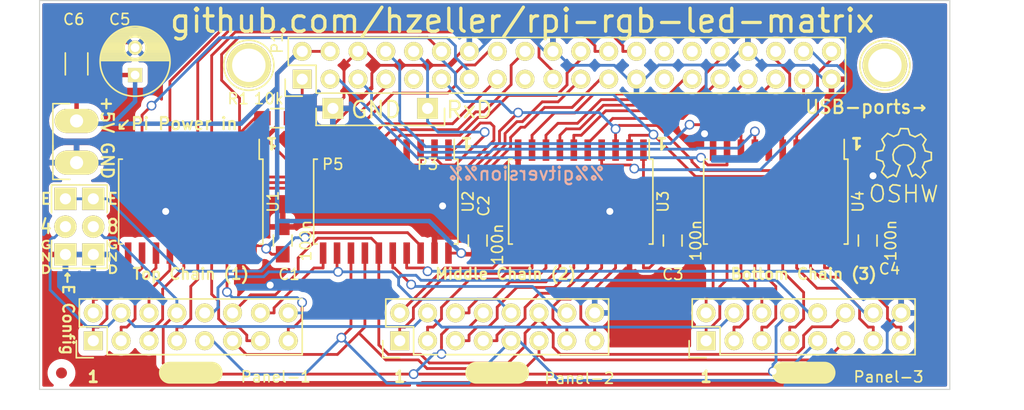
<source format=kicad_pcb>
(kicad_pcb (version 20221018) (generator pcbnew)
  (layers (0 "F.Cu" signal) (31 "B.Cu" signal) (34 "B.Paste" user) (35 "F.Paste" user) (36 "B.SilkS" user "B.Silkscreen") (37 "F.SilkS" user "F.Silkscreen") (38 "B.Mask" user) (39 "F.Mask" user) (44 "Edge.Cuts" user))
  (net 0 "")
  (net 1 "VCC")
  (net 2 "GND")
  (net 3 "p2_g1")
  (net 4 "p2_b1")
  (net 5 "strobe")
  (net 6 "p2_r1")
  (net 7 "p2_r2")
  (net 8 "p0_r1")
  (net 9 "p0_g1")
  (net 10 "OE")
  (net 11 "p0_b1")
  (net 12 "p0_r2")
  (net 13 "p0_g2")
  (net 14 "row_D")
  (net 15 "row_C")
  (net 16 "p0_b2")
  (net 17 "clock")
  (net 18 "row_B")
  (net 19 "row_A")
  (net 20 "p1_g1")
  (net 21 "p1_b1")
  (net 22 "p1_r1")
  (net 23 "p1_g2")
  (net 24 "p1_r2")
  (net 25 "p2_g2")
  (net 26 "p1_b2")
  (net 27 "p2_b2")
  (net 28 "p0_r1_buff")
  (net 29 "p0_g1_buff")
  (net 30 "p0_b1_buff")
  (net 31 "p0_r2_buff")
  (net 32 "p0_g2_buff")
  (net 33 "p0_b2_buff")
  (net 34 "row_A_buff")
  (net 35 "row_B_buff")
  (net 36 "row_C_buff")
  (net 37 "row_D_buff")
  (net 38 "clock_buff_0")
  (net 39 "strobe_buff_0")
  (net 40 "OE_buff_0")
  (net 41 "p1_r1_buff")
  (net 42 "p1_g1_buff")
  (net 43 "p1_b1_buff")
  (net 44 "p1_r2_buff")
  (net 45 "p1_g2_buf")
  (net 46 "p1_b2_buff")
  (net 47 "clock_buff_1")
  (net 48 "strobe_buff_1")
  (net 49 "OE_buff_1")
  (net 50 "p2_r1_buff")
  (net 51 "p2_g1_buff")
  (net 52 "p2_b1_buff")
  (net 53 "p2_r2_buff")
  (net 54 "p2_g2_buf")
  (net 55 "p2_b2_buff")
  (net 56 "clock_buff_2")
  (net 57 "strobe_buff_2")
  (net 58 "OE_buff_2")
  (net 59 "Net-(P1-Pad1)")
  (net 60 "row_E")
  (net 61 "Net-(P6-Pad1)")
  (net 62 "Sel-Pin4")
  (net 63 "Sel-Pin8")
  (footprint "Capacitors_SMD:C_0805_HandSoldering" (layer "F.Cu") (at 106.172 57.912 90)
    (fp_text reference "C1")
    (fp_text value "100n")
  )
  (footprint "Capacitors_SMD:C_0805_HandSoldering" (layer "F.Cu") (at 123.952 57.912 90)
    (fp_text reference "C2")
    (fp_text value "100n")
  )
  (footprint "Capacitors_SMD:C_0805_HandSoldering" (layer "F.Cu") (at 141.732 57.912 90)
    (fp_text reference "C3")
    (fp_text value "100n")
  )
  (footprint "Capacitors_SMD:C_0805_HandSoldering" (layer "F.Cu") (at 159.512 57.912 90)
    (fp_text reference "C4")
    (fp_text value "100n")
  )
  (footprint "Pin_Headers:Pin_Header_Straight_2x20" (layer "F.Cu") (at 107.95 43.18 90)
    (fp_text reference "P1")
    (fp_text value "CONN_02X20" hide)
  )
  (footprint "Pin_Headers:Pin_Header_Straight_2x08" (layer "F.Cu") (at 88.9 67.056 90)
    (fp_text reference "Panel-1")
    (fp_text value "CONN_02X08" hide)
  )
  (footprint "Pin_Headers:Pin_Header_Straight_2x08" (layer "F.Cu") (at 116.84 67.056 90)
    (fp_text reference "Panel-2")
    (fp_text value "CONN_02X08" hide)
  )
  (footprint "Pin_Headers:Pin_Header_Straight_2x08" (layer "F.Cu") (at 144.78 67.056 90)
    (fp_text reference "Panel-3")
    (fp_text value "CONN_02X08" hide)
  )
  (footprint "Connect:1pin" (layer "F.Cu") (at 103.08 41.91)
    (fp_text reference "P20" hide)
    (fp_text value "CONN_01X01" hide)
  )
  (footprint "Connect:1pin" (layer "F.Cu") (at 161.08 41.91)
    (fp_text reference "P21" hide)
    (fp_text value "CONN_01X01" hide)
  )
  (footprint "Housings_SOIC:SOIC-20_7.5x12.8mm_Pitch1.27mm" (layer "F.Cu") (at 97.79 54.356 -90)
    (fp_text reference "U1")
    (fp_text value "74HCT245")
  )
  (footprint "Housings_SOIC:SOIC-20_7.5x12.8mm_Pitch1.27mm" (layer "F.Cu") (at 115.57 54.356 -90)
    (fp_text reference "U2")
    (fp_text value "74HCT245")
  )
  (footprint "Housings_SOIC:SOIC-20_7.5x12.8mm_Pitch1.27mm" (layer "F.Cu") (at 133.35 54.356 -90)
    (fp_text reference "U3")
    (fp_text value "74HCT245")
  )
  (footprint "Housings_SOIC:SOIC-20_7.5x12.8mm_Pitch1.27mm" (layer "F.Cu") (at 151.13 54.356 -90)
    (fp_text reference "U4")
    (fp_text value "74HCT245")
  )
  (footprint "Resistors_SMD:R_0805_HandSoldering" (layer "F.Cu") (at 105.664 46.736)
    (fp_text reference "R1")
    (fp_text value "10k")
  )
  (footprint "Pin_Headers:Pin_Header_Straight_1x01" (layer "F.Cu") (at 110.744 45.847 180)
    (fp_text reference "P5")
    (fp_text value "GND")
  )
  (footprint "Capacitors_ThroughHole:C_Radial_D6.3_L11.2_P2.5" (layer "F.Cu") (at 92.71 42.799 90)
    (fp_text reference "C5")
    (fp_text value "22u")
  )
  (footprint "Pin_Headers:Pin_Header_Straight_1x01" (layer "F.Cu") (at 119.38 45.847 180)
    (fp_text reference "P3")
    (fp_text value "RxD")
  )
  (footprint "Capacitors_SMD:C_1206_HandSoldering" (layer "F.Cu") (at 87.376 41.783 90)
    (fp_text reference "C6")
    (fp_text value "22u")
  )
  (footprint "Fiducials:Fiducial_1mm_Dia_2.54mm_Outer_CopperTop" (layer "F.Cu") (at 164 39)
    (fp_text reference "REF**" hide)
    (fp_text value "TopRight")
  )
  (footprint "Fiducials:Fiducial_1mm_Dia_2.54mm_Outer_CopperTop" (layer "F.Cu") (at 86 70)
    (fp_text reference "REF**" hide)
    (fp_text value "BottomLeft")
  )
  (footprint "Symbols:Symbol_OSHW-Logo_SilkScreen" (layer "F.Cu") (at 162.814 50.165)
    (fp_text reference "REF**" hide)
    (fp_text value "Symbol_OSHW-Logo_SilkScreen" hide)
  )
  (footprint "Pin_Headers:Pin_Header_Straight_1x01" (layer "F.Cu") (at 87.376 46.99 90)
    (fp_text reference "P2" hide)
    (fp_text value "+5V")
  )
  (footprint "Pin_Headers:Pin_Header_Straight_1x01" (layer "F.Cu") (at 87.376 50.8 90)
    (fp_text reference "P4" hide)
    (fp_text value "GND")
  )
  (footprint "Pin_Headers:Pin_Header_Straight_1x02" (layer "F.Cu") (at 86.36 54.102 90)
    (fp_text reference "P6" hide)
    (fp_text value "CONN_01X02" hide)
  )
  (footprint "Pin_Headers:Pin_Header_Straight_1x02" (layer "F.Cu") (at 86.36 56.642 90)
    (fp_text reference "P7" hide)
    (fp_text value "CONN_02X01" hide)
  )
  (footprint "Pin_Headers:Pin_Header_Straight_1x02" (layer "F.Cu") (at 86.36 59.182 90)
    (fp_text reference "P8" hide)
    (fp_text value "CONN_01X02" hide)
  )
  (gr_line (start 95.885 69.977) (end 99.695 69.977) (stroke (width 2)) (layer "F.SilkS"))
  (gr_line (start 151.765 69.977) (end 155.575 69.977) (stroke (width 2)) (layer "F.SilkS"))
  (gr_line (start 123.825 69.977) (end 127.635 69.977) (stroke (width 2)) (layer "F.SilkS"))
  (gr_line (start 84 71.5) (end 84 36) (stroke (width 0.1)) (layer "Edge.Cuts"))
  (gr_line (start 167 36) (end 167 71.5) (stroke (width 0.1)) (layer "Edge.Cuts"))
  (gr_line (start 167 71.5) (end 84 71.5) (stroke (width 0.1)) (layer "Edge.Cuts"))
  (gr_line (start 84 36) (end 167 36) (stroke (width 0.1)) (layer "Edge.Cuts"))
  (gr_text "%%gitversion%%" (at 135.636 51.816) (layer "B.SilkS") (effects (font (size 1.2 1.2) (thickness 0.2)) (justify left mirror)))
  (gr_text "8" (at 90.678 56.642) (layer "F.SilkS") (effects (font (size 1.3 1.1) (thickness 0.2))))
  (gr_text "↙Pi Power in" (at 96.52 47.244) (layer "F.SilkS") (effects (font (size 1.1 1.1) (thickness 0.2))))
  (gr_text "←E Config" (at 86.614 64.516 270) (layer "F.SilkS") (effects (font (size 1 1) (thickness 0.2))))
  (gr_text "E" (at 84.582 54.102 360) (layer "F.SilkS") (effects (font (size 1 1) (thickness 0.2))))
  (gr_text "G\nN\nD" (at 84.582 59.436) (layer "F.SilkS") (effects (font (size 0.7 1) (thickness 0.175))))
  (gr_text "E" (at 90.678 54.102 360) (layer "F.SilkS") (effects (font (size 1 1) (thickness 0.2))))
  (gr_text "G\nN\nD" (at 90.678 59.436) (layer "F.SilkS") (effects (font (size 0.7 1) (thickness 0.175))))
  (gr_text "Middle Chain (2)" (at 126.492 60.96) (layer "F.SilkS") (effects (font (size 1 1) (thickness 0.2))))
  (gr_text "github.com/hzeller/rpi-rgb-led-matrix" (at 128.016 37.846) (layer "F.SilkS") (effects (font (size 2.1 2.1) (thickness 0.3))))
  (gr_text "+5V GND" (at 90.17 48.514 270) (layer "F.SilkS") (effects (font (size 1.1 1.1) (thickness 0.2))))
  (gr_text "1" (at 144.78 70.358) (layer "F.SilkS") (effects (font (size 1 1) (thickness 0.25))))
  (gr_text "1" (at 105.156 49.022 180) (layer "F.SilkS") (effects (font (size 1 1) (thickness 0.25))))
  (gr_text "1" (at 158.496 49.022 180) (layer "F.SilkS") (effects (font (size 1 1) (thickness 0.25))))
  (gr_text "1" (at 88.9 70.358) (layer "F.SilkS") (effects (font (size 1 1) (thickness 0.25))))
  (gr_text "USB-ports→" (at 165.1 45.72) (layer "F.SilkS") (effects (font (size 1.2 1.2) (thickness 0.2)) (justify right)))
  (gr_text "4\n" (at 84.582 56.642) (layer "F.SilkS") (effects (font (size 1.3 1.1) (thickness 0.2))))
  (gr_text "Top Chain (1)" (at 97.79 60.96) (layer "F.SilkS") (effects (font (size 1 1) (thickness 0.2))))
  (gr_text "1" (at 116.84 70.358) (layer "F.SilkS") (effects (font (size 1 1) (thickness 0.25))))
  (gr_text "1" (at 140.716 49.022 180) (layer "F.SilkS") (effects (font (size 1 1) (thickness 0.25))))
  (gr_text "1" (at 122.936 49.022 180) (layer "F.SilkS") (effects (font (size 1 1) (thickness 0.25))))
  (gr_text "Bottom Chain (3)\n" (at 153.67 60.96) (layer "F.SilkS") (effects (font (size 1 1) (thickness 0.2))))
  (segment (start 88.36 42.799) (end 87.376 43.783) (width 0.4064) (layer "F.Cu") (net 1))
  (segment (start 122.554 59.162) (end 124.48 59.162) (width 0.4064) (layer "F.Cu") (net 1))
  (segment (start 129.54 54.102) (end 124.48 59.162) (width 0.4064) (layer "F.Cu") (net 1))
  (segment (start 129.54 54.102) (end 139.192 54.102) (width 0.4064) (layer "F.Cu") (net 1))
  (segment (start 156.845 54.229) (end 156.718 54.102) (width 0.254) (layer "F.Cu") (net 1))
  (segment (start 156.845 53.975) (end 156.718 54.102) (width 0.254) (layer "F.Cu") (net 1))
  (segment (start 143.022 59.162) (end 143.256 58.928) (width 0.254) (layer "F.Cu") (net 1))
  (segment (start 143.256 58.928) (end 143.256 54.102) (width 0.254) (layer "F.Cu") (net 1))
  (segment (start 143.256 54.102) (end 156.718 54.102) (width 0.4064) (layer "F.Cu") (net 1))
  (segment (start 139.065 54.102) (end 139.192 54.102) (width 0.254) (layer "F.Cu") (net 1))
  (segment (start 139.192 54.102) (end 143.256 54.102) (width 0.4064) (layer "F.Cu") (net 1))
  (segment (start 105.664 42.672) (end 105.664 47.497) (width 0.4064) (layer "F.Cu") (net 1))
  (segment (start 140.7257 59.2878) (end 140.7257 59.162) (width 0.254) (layer "F.Cu") (net 1))
  (segment (start 139.065 59.056) (end 139.065 60.4123) (width 0.254) (layer "F.Cu") (net 1))
  (segment (start 122.633942 51.5618) (end 107.5698 51.5618) (width 0.254) (layer "F.Cu") (net 1))
  (segment (start 87.376 43.783) (end 87.376 47.244) (width 0.4064) (layer "F.Cu") (net 1))
  (segment (start 156.845 51.0123) (end 156.845 53.975) (width 0.254) (layer "F.Cu") (net 1))
  (segment (start 123.952 59.162) (end 122.9457 59.162) (width 0.254) (layer "F.Cu") (net 1))
  (segment (start 106.172 59.162) (end 105.1657 59.162) (width 0.254) (layer "F.Cu") (net 1))
  (segment (start 107.696 40.64) (end 105.664 42.672) (width 0.4064) (layer "F.Cu") (net 1))
  (segment (start 139.065 51.0123) (end 139.065 54.102) (width 0.254) (layer "F.Cu") (net 1))
  (segment (start 124.190759 47.180499) (end 125.110241 47.180499) (width 0.254) (layer "F.Cu") (net 1))
  (segment (start 107.95 40.64) (end 107.696 40.64) (width 0.4064) (layer "F.Cu") (net 1))
  (segment (start 107.5698 51.5618) (end 104.5845 48.5765) (width 0.254) (layer "F.Cu") (net 1))
  (segment (start 122.448 59.056) (end 122.554 59.162) (width 0.4064) (layer "F.Cu") (net 1))
  (segment (start 159.512 59.162) (end 158.5057 59.162) (width 0.254) (layer "F.Cu") (net 1))
  (segment (start 103.505 59.056) (end 103.505 58.3778) (width 0.254) (layer "F.Cu") (net 1))
  (segment (start 105.664 47.497) (end 104.5845 48.5765) (width 0.4064) (layer "F.Cu") (net 1))
  (segment (start 156.845 58.3778) (end 156.845 57.6997) (width 0.254) (layer "F.Cu") (net 1))
  (segment (start 141.732 59.162) (end 140.7257 59.162) (width 0.254) (layer "F.Cu") (net 1))
  (segment (start 103.505 58.3778) (end 104.3815 58.3778) (width 0.254) (layer "F.Cu") (net 1))
  (segment (start 122.448 59.056) (end 122.8397 59.056) (width 0.254) (layer "F.Cu") (net 1))
  (segment (start 121.715258 49.656) (end 124.190759 47.180499) (width 0.254) (layer "F.Cu") (net 1))
  (segment (start 141.732 59.162) (end 142.7383 59.162) (width 0.254) (layer "F.Cu") (net 1))
  (segment (start 104.5845 48.5765) (end 103.505 49.656) (width 0.4064) (layer "F.Cu") (net 1))
  (segment (start 157.7215 58.3778) (end 158.5057 59.162) (width 0.254) (layer "F.Cu") (net 1))
  (segment (start 156.845 58.3778) (end 157.7215 58.3778) (width 0.254) (layer "F.Cu") (net 1))
  (segment (start 121.285 59.056) (end 122.448 59.056) (width 0.254) (layer "F.Cu") (net 1))
  (segment (start 156.845 57.6997) (end 156.845 54.229) (width 0.254) (layer "F.Cu") (net 1))
  (segment (start 121.285 49.656) (end 121.715258 49.656) (width 0.254) (layer "F.Cu") (net 1))
  (segment (start 156.845 59.056) (end 156.845 58.3778) (width 0.254) (layer "F.Cu") (net 1))
  (segment (start 107.95 40.64) (end 110.49 40.64) (width 0.254) (layer "F.Cu") (net 1))
  (segment (start 92.71 42.799) (end 88.36 42.799) (width 0.4064) (layer "F.Cu") (net 1))
  (segment (start 125.110241 47.180499) (end 125.429971 47.500229) (width 0.254) (layer "F.Cu") (net 1))
  (segment (start 139.065 60.4123) (end 139.6012 60.4123) (width 0.254) (layer "F.Cu") (net 1))
  (segment (start 139.065 49.656) (end 139.065 51.0123) (width 0.254) (layer "F.Cu") (net 1))
  (segment (start 122.8397 59.056) (end 122.9457 59.162) (width 0.254) (layer "F.Cu") (net 1))
  (segment (start 104.6595 58.6558) (end 105.1657 59.162) (width 0.254) (layer "F.Cu") (net 1))
  (segment (start 125.429971 48.765771) (end 122.633942 51.5618) (width 0.254) (layer "F.Cu") (net 1))
  (segment (start 125.429971 47.500229) (end 125.429971 48.765771) (width 0.254) (layer "F.Cu") (net 1))
  (segment (start 142.7383 59.162) (end 143.022 59.162) (width 0.254) (layer "F.Cu") (net 1))
  (segment (start 104.3815 58.3778) (end 104.6595 58.6558) (width 0.254) (layer "F.Cu") (net 1))
  (segment (start 156.845 49.656) (end 156.845 51.0123) (width 0.254) (layer "F.Cu") (net 1))
  (segment (start 139.6012 60.4123) (end 140.7257 59.2878) (width 0.254) (layer "F.Cu") (net 1))
  (via (at 104.6595 58.6558) (size 0.889) (drill 0.635) (layers "F.Cu" "B.Cu") (net 1))
  (via (at 122.448 59.056) (size 0.889) (drill 0.635) (layers "F.Cu" "B.Cu") (net 1))
  (segment (start 92.71 45.212) (end 90.678 47.244) (width 0.4064) (layer "B.Cu") (net 1))
  (segment (start 90.678 47.244) (end 90.805 47.117) (width 0.4064) (layer "B.Cu") (net 1))
  (segment (start 90.805 47.117) (end 90.805 47.244) (width 0.4064) (layer "B.Cu") (net 1))
  (segment (start 90.805 47.244) (end 102.362 47.244) (width 0.4064) (layer "B.Cu") (net 1))
  (segment (start 105.664 57.6513) (end 105.664 56.134) (width 0.4064) (layer "B.Cu") (net 1))
  (segment (start 105.664 42.672) (end 107.188 41.148) (width 0.4064) (layer "B.Cu") (net 1))
  (segment (start 107.188 41.148) (end 107.442 41.148) (width 0.4064) (layer "B.Cu") (net 1))
  (segment (start 107.442 41.148) (end 107.95 40.64) (width 0.4064) (layer "B.Cu") (net 1))
  (segment (start 119.526 56.134) (end 105.664 56.134) (width 0.4064) (layer "B.Cu") (net 1))
  (segment (start 105.664 56.134) (end 105.664 47.244) (width 0.4064) (layer "B.Cu") (net 1))
  (segment (start 105.664 47.244) (end 105.664 43.942) (width 0.4064) (layer "B.Cu") (net 1))
  (segment (start 102.362 47.244) (end 105.664 43.942) (width 0.4064) (layer "B.Cu") (net 1))
  (segment (start 105.664 43.942) (end 105.664 42.672) (width 0.4064) (layer "B.Cu") (net 1))
  (segment (start 89.662 47.244) (end 90.805 47.244) (width 0.4064) (layer "B.Cu") (net 1))
  (segment (start 87.376 47.244) (end 89.662 47.244) (width 0.4064) (layer "B.Cu") (net 1))
  (segment (start 122.448 59.056) (end 119.526 56.134) (width 0.4064) (layer "B.Cu") (net 1))
  (segment (start 104.6595 58.6558) (end 105.664 57.6513) (width 0.4064) (layer "B.Cu") (net 1))
  (segment (start 92.71 42.799) (end 92.71 45.212) (width 0.4064) (layer "B.Cu") (net 1))
  (segment (start 139.81885 57.56885) (end 140.7257 56.662) (width 0.254) (layer "F.Cu") (net 2))
  (segment (start 138.31885 57.56885) (end 136 55.25) (width 0.4064) (layer "F.Cu") (net 2))
  (segment (start 92.075 54.5) (end 92.075 51.0123) (width 0.254) (layer "F.Cu") (net 2))
  (segment (start 94.75 54.5) (end 95.5 55.25) (width 0.4064) (layer "F.Cu") (net 2))
  (segment (start 122.67885 56.92885) (end 122.9457 56.662) (width 0.254) (layer "F.Cu") (net 2))
  (segment (start 122.67885 56.67885) (end 120.75 54.75) (width 0.4064) (layer "F.Cu") (net 2))
  (segment (start 159.512 52) (end 159.512 56.662) (width 0.254) (layer "F.Cu") (net 2))
  (segment (start 113.7591 40.64) (end 113.03 40.64) (width 0.254) (layer "F.Cu") (net 2))
  (segment (start 122.4997 40.64) (end 121.9451 41.1946) (width 0.254) (layer "F.Cu") (net 2))
  (segment (start 92.194 39.783) (end 92.71 40.299) (width 0.4064) (layer "F.Cu") (net 2))
  (segment (start 111.76 41.91) (end 111.76 44.831) (width 0.254) (layer "F.Cu") (net 2))
  (segment (start 111.76 44.831) (end 110.744 45.847) (width 0.254) (layer "F.Cu") (net 2))
  (segment (start 121.2297 41.91) (end 115.0291 41.91) (width 0.254) (layer "F.Cu") (net 2))
  (segment (start 156.21 44.4249) (end 159.512 47.7269) (width 0.254) (layer "F.Cu") (net 2))
  (segment (start 121.9451 41.1946) (end 121.2297 41.91) (width 0.254) (layer "F.Cu") (net 2))
  (segment (start 156.21 43.18) (end 156.21 44.4249) (width 0.254) (layer "F.Cu") (net 2))
  (segment (start 92.075 57.1913) (end 92.075 54.5) (width 0.254) (layer "F.Cu") (net 2))
  (segment (start 92.075 49.656) (end 92.075 51.0123) (width 0.254) (layer "F.Cu") (net 2))
  (segment (start 109.855 48.2997) (end 114.3 43.8547) (width 0.254) (layer "F.Cu") (net 2))
  (segment (start 123.952 56.662) (end 124.9583 56.662) (width 0.254) (layer "F.Cu") (net 2))
  (segment (start 160.5183 56.662) (end 160.5183 60.1721) (width 0.254) (layer "F.Cu") (net 2))
  (segment (start 120.015 57.6997) (end 118.703291 56.387991) (width 0.254) (layer "F.Cu") (net 2))
  (segment (start 87.376 39.783) (end 92.194 39.783) (width 0.4064) (layer "F.Cu") (net 2))
  (segment (start 113.03 40.64) (end 111.76 41.91) (width 0.254) (layer "F.Cu") (net 2))
  (segment (start 122.67885 56.92885) (end 122.67885 56.67885) (width 0.4064) (layer "F.Cu") (net 2))
  (segment (start 121.908 57.6997) (end 122.67885 56.92885) (width 0.254) (layer "F.Cu") (net 2))
  (segment (start 113.7591 40.64) (end 114.2749 41.1558) (width 0.254) (layer "F.Cu") (net 2))
  (segment (start 137.795 59.056) (end 137.795 60.4123) (width 0.254) (layer "F.Cu") (net 2))
  (segment (start 118.703291 56.387991) (end 107.325009 56.387991) (width 0.254) (layer "F.Cu") (net 2))
  (segment (start 92.075 54.5) (end 94.75 54.5) (width 0.4064) (layer "F.Cu") (net 2))
  (segment (start 123.19 40.64) (end 122.4997 40.64) (width 0.254) (layer "F.Cu") (net 2))
  (segment (start 120.015 59.056) (end 120.015 57.6997) (width 0.254) (layer "F.Cu") (net 2))
  (segment (start 139.81885 57.56885) (end 138.31885 57.56885) (width 0.4064) (layer "F.Cu") (net 2))
  (segment (start 134.62 64.516) (end 134.62 63.2711) (width 0.254) (layer "F.Cu") (net 2))
  (segment (start 102.235 59.056) (end 102.235 59.731) (width 0.254) (layer "F.Cu") (net 2))
  (segment (start 162.56 63.2711) (end 160.2781 60.9892) (width 0.254) (layer "F.Cu") (net 2))
  (segment (start 101.7266 57.1913) (end 102.235 57.6997) (width 0.254) (layer "F.Cu") (net 2))
  (segment (start 159.512 52) (end 160 52) (width 0.254) (layer "F.Cu") (net 2))
  (segment (start 104.48 61.976) (end 105.029 61.976) (width 0.254) (layer "F.Cu") (net 2))
  (segment (start 107.325009 56.387991) (end 107.051 56.662) (width 0.254) (layer "F.Cu") (net 2))
  (segment (start 137.795 57.6997) (end 139.688 57.6997) (width 0.254) (layer "F.Cu") (net 2))
  (segment (start 124.9583 53.689) (end 124.9583 56.662) (width 0.254) (layer "F.Cu") (net 2))
  (segment (start 103.2727 56.662) (end 102.235 57.6997) (width 0.254) (layer "F.Cu") (net 2))
  (segment (start 106.172 56.662) (end 103.2727 56.662) (width 0.254) (layer "F.Cu") (net 2))
  (segment (start 155.575 59.056) (end 155.575 60.4123) (width 0.254) (layer "F.Cu") (net 2))
  (segment (start 134.62 63.2711) (end 137.4788 60.4123) (width 0.254) (layer "F.Cu") (net 2))
  (segment (start 123.952 56.662) (end 122.9457 56.662) (width 0.254) (layer "F.Cu") (net 2))
  (segment (start 102.235 59.056) (end 102.235 57.6997) (width 0.254) (layer "F.Cu") (net 2))
  (segment (start 114.3 42.6391) (end 115.0291 41.91) (width 0.254) (layer "F.Cu") (net 2))
  (segment (start 120.015 57.6997) (end 121.908 57.6997) (width 0.254) (layer "F.Cu") (net 2))
  (segment (start 137.795 58.5049) (end 137.795 59.056) (width 0.254) (layer "F.Cu") (net 2))
  (segment (start 137.4788 60.4123) (end 137.795 60.4123) (width 0.254) (layer "F.Cu") (net 2))
  (segment (start 127.635 49.656) (end 127.635 51.0123) (width 0.254) (layer "F.Cu") (net 2))
  (segment (start 137.795 58.5049) (end 137.795 57.6997) (width 0.254) (layer "F.Cu") (net 2))
  (segment (start 127.635 51.0123) (end 124.9583 53.689) (width 0.254) (layer "F.Cu") (net 2))
  (segment (start 160.2781 60.4123) (end 155.575 60.4123) (width 0.254) (layer "F.Cu") (net 2))
  (segment (start 114.2749 41.1558) (end 115.0291 41.91) (width 0.254) (layer "F.Cu") (net 2))
  (segment (start 145.415 49.656) (end 145.415 48.2997) (width 0.254) (layer "F.Cu") (net 2))
  (segment (start 102.235 59.731) (end 104.48 61.976) (width 0.254) (layer "F.Cu") (net 2))
  (segment (start 141.732 56.662) (end 140.7257 56.662) (width 0.254) (layer "F.Cu") (net 2))
  (segment (start 139.688 57.6997) (end 139.81885 57.56885) (width 0.254) (layer "F.Cu") (net 2))
  (segment (start 159.512 47.7269) (end 159.512 52) (width 0.254) (layer "F.Cu") (net 2))
  (segment (start 162.56 64.516) (end 162.56 63.2711) (width 0.254) (layer "F.Cu") (net 2))
  (segment (start 144.7741 48.2997) (end 145.415 48.2997) (width 0.254) (layer "F.Cu") (net 2))
  (segment (start 92.075 57.1913) (end 101.7266 57.1913) (width 0.254) (layer "F.Cu") (net 2))
  (segment (start 107.051 56.662) (end 106.172 56.662) (width 0.254) (layer "F.Cu") (net 2))
  (segment (start 144.6344 48.16) (end 144.7741 48.2997) (width 0.254) (layer "F.Cu") (net 2))
  (segment (start 114.3 43.8547) (end 114.3 42.6391) (width 0.254) (layer "F.Cu") (net 2))
  (segment (start 109.855 49.656) (end 109.855 48.2997) (width 0.254) (layer "F.Cu") (net 2))
  (segment (start 160.5183 60.1721) (end 160.2781 60.4123) (width 0.254) (layer "F.Cu") (net 2))
  (segment (start 160.2781 60.9892) (end 160.2781 60.4123) (width 0.254) (layer "F.Cu") (net 2))
  (segment (start 159.512 56.662) (end 160.5183 56.662) (width 0.254) (layer "F.Cu") (net 2))
  (via (at 95.5 55.25) (size 0.889) (drill 0.635) (layers "F.Cu" "B.Cu") (net 2))
  (via (at 105.029 61.976) (size 0.889) (drill 0.635) (layers "F.Cu" "B.Cu") (net 2))
  (via (at 136 55.25) (size 0.889) (drill 0.635) (layers "F.Cu" "B.Cu") (net 2))
  (via (at 120.75 54.75) (size 0.889) (drill 0.635) (layers "F.Cu" "B.Cu") (net 2))
  (via (at 144.6344 48.16) (size 0.889) (drill 0.635) (layers "F.Cu" "B.Cu") (net 2))
  (via (at 160 52) (size 0.889) (drill 0.635) (layers "F.Cu" "B.Cu") (net 2))
  (segment (start 123.9681 40.64) (end 123.19 40.64) (width 0.254) (layer "B.Cu") (net 2))
  (segment (start 136.398 41.91) (end 136.4309 41.91) (width 0.254) (layer "B.Cu") (net 2))
  (segment (start 137.668 43.18) (end 138.43 43.18) (width 0.254) (layer "B.Cu") (net 2))
  (segment (start 139.1591 43.18) (end 138.43 43.18) (width 0.254) (layer "B.Cu") (net 2))
  (segment (start 154.95645 42.65555) (end 154.9651 42.6642) (width 0.254) (layer "B.Cu") (net 2))
  (segment (start 155.4809 43.18) (end 156.21 43.18) (width 0.254) (layer "B.Cu") (net 2))
  (segment (start 129.55645 40.11555) (end 129.5651 40.1242) (width 0.254) (layer "B.Cu") (net 2))
  (segment (start 130.0809 40.64) (end 130.81 40.64) (width 0.254) (layer "B.Cu") (net 2))
  (segment (start 147.812 40.64) (end 148.59 40.64) (width 0.254) (layer "B.Cu") (net 2))
  (segment (start 139.1591 43.18) (end 139.6749 42.6642) (width 0.254) (layer "B.Cu") (net 2))
  (segment (start 149.987 41.91) (end 154.2109 41.91) (width 0.254) (layer "B.Cu") (net 2))
  (segment (start 144.78 41.8849) (end 144.78 48.0144) (width 0.254) (layer "B.Cu") (net 2))
  (segment (start 132.334 41.91) (end 136.398 41.91) (width 0.254) (layer "B.Cu") (net 2))
  (segment (start 154.2109 41.91) (end 154.95645 42.65555) (width 0.254) (layer "B.Cu") (net 2))
  (segment (start 123.9681 40.64) (end 124.4349 40.1732) (width 0.254) (layer "B.Cu") (net 2))
  (segment (start 105.029 61.976) (end 105.657617 61.976) (width 0.254) (layer "B.Cu") (net 2))
  (segment (start 148.59 40.64) (end 148.6535 40.5765) (width 0.254) (layer "B.Cu") (net 2))
  (segment (start 148.6535 40.5765) (end 148.717 40.513) (width 0.254) (layer "B.Cu") (net 2))
  (segment (start 107.95 61.976) (end 109.347 63.373) (width 0.254) (layer "B.Cu") (net 2))
  (segment (start 162.56 64.516) (end 161.315 65.761) (width 0.254) (layer "B.Cu") (net 2))
  (segment (start 125.2331 39.375) (end 128.8159 39.375) (width 0.254) (layer "B.Cu") (net 2))
  (segment (start 144.78 48.0144) (end 144.6344 48.16) (width 0.254) (layer "B.Cu") (net 2))
  (segment (start 161.29 65.786) (end 161.29 69.596) (width 0.254) (layer "B.Cu") (net 2))
  (segment (start 130.937 40.513) (end 131.064 40.386) (width 0.254) (layer "B.Cu") (net 2))
  (segment (start 140.4542 41.8849) (end 139.6749 42.6642) (width 0.254) (layer "B.Cu") (net 2))
  (segment (start 148.6535 40.5765) (end 149.987 41.91) (width 0.254) (layer "B.Cu") (net 2))
  (segment (start 105.657617 61.976) (end 107.95 61.976) (width 0.254) (layer "B.Cu") (net 2))
  (segment (start 129.55645 40.11555) (end 130.0809 40.64) (width 0.254) (layer "B.Cu") (net 2))
  (segment (start 146.5671 41.8849) (end 144.78 41.8849) (width 0.254) (layer "B.Cu") (net 2))
  (segment (start 140.4542 41.8849) (end 144.78 41.8849) (width 0.254) (layer "B.Cu") (net 2))
  (segment (start 130.81 40.64) (end 130.937 40.513) (width 0.254) (layer "B.Cu") (net 2))
  (segment (start 106.68 64.516) (end 108.966 64.516) (width 0.254) (layer "B.Cu") (net 2))
  (segment (start 124.4349 40.1732) (end 125.2331 39.375) (width 0.254) (layer "B.Cu") (net 2))
  (segment (start 154.95645 42.65555) (end 155.4809 43.18) (width 0.254) (layer "B.Cu") (net 2))
  (segment (start 147.812 40.64) (end 147.3451 41.1069) (width 0.254) (layer "B.Cu") (net 2))
  (segment (start 128.8159 39.375) (end 129.55645 40.11555) (width 0.254) (layer "B.Cu") (net 2))
  (segment (start 147.3451 41.1069) (end 146.5671 41.8849) (width 0.254) (layer "B.Cu") (net 2))
  (segment (start 108.966 64.516) (end 109.347 64.135) (width 0.254) (layer "B.Cu") (net 2))
  (segment (start 136.398 41.91) (end 137.668 43.18) (width 0.254) (layer "B.Cu") (net 2))
  (segment (start 161.315 65.761) (end 161.29 65.786) (width 0.254) (layer "B.Cu") (net 2))
  (segment (start 130.937 40.513) (end 132.334 41.91) (width 0.254) (layer "B.Cu") (net 2))
  (segment (start 109.347 64.135) (end 109.347 63.373) (width 0.254) (layer "B.Cu") (net 2))
  (segment (start 144.31 50.3507) (end 144.31 50.3996) (width 0.254) (layer "F.Cu") (net 3))
  (segment (start 146.685 49.656) (end 146.685 51.0123) (width 0.254) (layer "F.Cu") (net 3))
  (segment (start 144.9227 51.0123) (end 146.685 51.0123) (width 0.254) (layer "F.Cu") (net 3))
  (segment (start 144.31 50.3996) (end 144.9227 51.0123) (width 0.254) (layer "F.Cu") (net 3))
  (via (at 144.31 50.3507) (size 0.889) (drill 0.635) (layers "F.Cu" "B.Cu") (net 3))
  (segment (start 111.2681 43.18) (end 110.49 43.18) (width 0.254) (layer "B.Cu") (net 3))
  (segment (start 125.150089 50.355521) (end 125.15491 50.3507) (width 0.254) (layer "B.Cu") (net 3))
  (segment (start 125.15491 50.3507) (end 143.681383 50.3507) (width 0.254) (layer "B.Cu") (net 3))
  (segment (start 111.76805 43.67995) (end 118.443621 50.355521) (width 0.254) (layer "B.Cu") (net 3))
  (segment (start 143.681383 50.3507) (end 144.31 50.3507) (width 0.254) (layer "B.Cu") (net 3))
  (segment (start 111.76805 43.67995) (end 111.2681 43.18) (width 0.254) (layer "B.Cu") (net 3))
  (segment (start 118.443621 50.355521) (end 125.150089 50.355521) (width 0.254) (layer "B.Cu") (net 3))
  (segment (start 111.7349 43.6468) (end 111.76805 43.67995) (width 0.254) (layer "B.Cu") (net 3))
  (segment (start 149.225 49.656) (end 149.225 47.951) (width 0.254) (layer "F.Cu") (net 4))
  (via (at 149.225 47.951) (size 0.889) (drill 0.635) (layers "F.Cu" "B.Cu") (net 4))
  (segment (start 113.893599 44.043599) (end 113.03 43.18) (width 0.254) (layer "B.Cu") (net 4))
  (segment (start 114.2749 44.4249) (end 113.893599 44.043599) (width 0.254) (layer "B.Cu") (net 4))
  (segment (start 114.2749 45.3774) (end 114.2749 44.4249) (width 0.254) (layer "B.Cu") (net 4))
  (segment (start 118.745011 49.847511) (end 114.2749 45.3774) (width 0.254) (layer "B.Cu") (net 4))
  (segment (start 149.225 47.951) (end 147.6999 49.4761) (width 0.254) (layer "B.Cu") (net 4))
  (segment (start 125.066665 49.847511) (end 118.745011 49.847511) (width 0.254) (layer "B.Cu") (net 4))
  (segment (start 147.6999 49.4761) (end 143.968 49.4761) (width 0.254) (layer "B.Cu") (net 4))
  (segment (start 143.8768 49.5673) (end 125.346876 49.5673) (width 0.254) (layer "B.Cu") (net 4))
  (segment (start 125.346876 49.5673) (end 125.066665 49.847511) (width 0.254) (layer "B.Cu") (net 4))
  (segment (start 143.968 49.4761) (end 143.8768 49.5673) (width 0.254) (layer "B.Cu") (net 4))
  (segment (start 114.95485 44.46985) (end 111.125 48.2997) (width 0.254) (layer "F.Cu") (net 5))
  (segment (start 115.57 43.8547) (end 115.57 43.18) (width 0.254) (layer "F.Cu") (net 5))
  (segment (start 117.475 51.0123) (end 118.745 51.0123) (width 0.254) (layer "F.Cu") (net 5))
  (segment (start 117.475 49.656) (end 117.475 51.0123) (width 0.254) (layer "F.Cu") (net 5))
  (segment (start 111.125 49.656) (end 111.125 48.2997) (width 0.254) (layer "F.Cu") (net 5))
  (segment (start 117.475 51.0123) (end 111.125 51.0123) (width 0.254) (layer "F.Cu") (net 5))
  (segment (start 114.9998 44.4249) (end 114.95485 44.46985) (width 0.254) (layer "F.Cu") (net 5))
  (segment (start 111.125 49.656) (end 111.125 51.0123) (width 0.254) (layer "F.Cu") (net 5))
  (segment (start 118.745 49.656) (end 118.745 51.0123) (width 0.254) (layer "F.Cu") (net 5))
  (segment (start 114.95485 44.46985) (end 115.57 43.8547) (width 0.254) (layer "F.Cu") (net 5))
  (segment (start 146.9874 47.3321) (end 143.2704 47.3321) (width 0.254) (layer "F.Cu") (net 6))
  (segment (start 147.955 48.2997) (end 146.9874 47.3321) (width 0.254) (layer "F.Cu") (net 6))
  (segment (start 147.955 49.656) (end 147.955 48.2997) (width 0.254) (layer "F.Cu") (net 6))
  (via (at 143.2704 47.3321) (size 0.889) (drill 0.635) (layers "F.Cu" "B.Cu") (net 6))
  (segment (start 124.856241 49.339501) (end 125.136842 49.0589) (width 0.254) (layer "B.Cu") (net 6))
  (segment (start 115.57 40.64) (end 116.84 41.91) (width 0.254) (layer "B.Cu") (net 6))
  (segment (start 141.5436 49.0589) (end 142.825901 47.776599) (width 0.254) (layer "B.Cu") (net 6))
  (segment (start 116.84 41.91) (end 116.84 46.99) (width 0.254) (layer "B.Cu") (net 6))
  (segment (start 116.84 46.99) (end 119.189501 49.339501) (width 0.254) (layer "B.Cu") (net 6))
  (segment (start 119.189501 49.339501) (end 124.856241 49.339501) (width 0.254) (layer "B.Cu") (net 6))
  (segment (start 142.825901 47.776599) (end 143.2704 47.3321) (width 0.254) (layer "B.Cu") (net 6))
  (segment (start 125.136842 49.0589) (end 141.5436 49.0589) (width 0.254) (layer "B.Cu") (net 6))
  (segment (start 151.765 48.2997) (end 153.67 46.3947) (width 0.254) (layer "F.Cu") (net 7))
  (segment (start 153.67 46.3947) (end 153.67 44.4249) (width 0.254) (layer "F.Cu") (net 7))
  (segment (start 153.67 43.18) (end 153.67 44.4249) (width 0.254) (layer "F.Cu") (net 7))
  (segment (start 151.765 49.656) (end 151.765 48.2997) (width 0.254) (layer "F.Cu") (net 7))
  (segment (start 134.6239 43.6919) (end 134.6451 43.6707) (width 0.254) (layer "F.Cu") (net 8))
  (segment (start 135.1358 43.18) (end 135.89 43.18) (width 0.254) (layer "F.Cu") (net 8))
  (segment (start 128.241666 47.56151) (end 130.045076 45.7581) (width 0.254) (layer "F.Cu") (net 8))
  (segment (start 94.615 49.656) (end 94.615 50.331) (width 0.254) (layer "F.Cu") (net 8))
  (segment (start 123.221844 53.1292) (end 126.953999 49.397045) (width 0.254) (layer "F.Cu") (net 8))
  (segment (start 94.615 50.331) (end 97.4132 53.1292) (width 0.254) (layer "F.Cu") (net 8))
  (segment (start 97.4132 53.1292) (end 123.221844 53.1292) (width 0.254) (layer "F.Cu") (net 8))
  (segment (start 132.5577 45.7581) (end 134.6239 43.6919) (width 0.254) (layer "F.Cu") (net 8))
  (segment (start 126.953999 49.397045) (end 126.953999 48.495001) (width 0.254) (layer "F.Cu") (net 8))
  (segment (start 126.953999 48.495001) (end 127.887489 47.561511) (width 0.254) (layer "F.Cu") (net 8))
  (segment (start 130.045076 45.7581) (end 132.5577 45.7581) (width 0.254) (layer "F.Cu") (net 8))
  (segment (start 134.6239 43.6919) (end 135.1358 43.18) (width 0.254) (layer "F.Cu") (net 8))
  (segment (start 127.887489 47.561511) (end 128.241666 47.56151) (width 0.254) (layer "F.Cu") (net 8))
  (segment (start 93.345 46.4573) (end 93.345 49.656) (width 0.254) (layer "F.Cu") (net 9))
  (segment (start 93.345 46.4573) (end 94.208 45.5943) (width 0.254) (layer "F.Cu") (net 9))
  (via (at 94.208 45.5943) (size 0.889) (drill 0.635) (layers "F.Cu" "B.Cu") (net 9))
  (segment (start 123.19 42.4509) (end 123.19 43.18) (width 0.254) (layer "B.Cu") (net 9))
  (segment (start 94.208 45.5943) (end 100.4073 39.395) (width 0.254) (layer "B.Cu") (net 9))
  (segment (start 121.1695 39.395) (end 121.9198 40.1453) (width 0.254) (layer "B.Cu") (net 9))
  (segment (start 123.19 42.4509) (end 122.6742 41.9351) (width 0.254) (layer "B.Cu") (net 9))
  (segment (start 121.9198 41.1807) (end 122.6742 41.9351) (width 0.254) (layer "B.Cu") (net 9))
  (segment (start 100.4073 39.395) (end 121.1695 39.395) (width 0.254) (layer "B.Cu") (net 9))
  (segment (start 121.9198 40.1453) (end 121.9198 41.1807) (width 0.254) (layer "B.Cu") (net 9))
  (segment (start 103.632 46.736) (end 102.235 48.133) (width 0.254) (layer "F.Cu") (net 10))
  (segment (start 102.235 48.133) (end 102.235 49.656) (width 0.254) (layer "F.Cu") (net 10))
  (segment (start 120.15005 40.14005) (end 120.65 40.64) (width 0.254) (layer "F.Cu") (net 10))
  (segment (start 119.3856 39.3756) (end 120.65 40.64) (width 0.254) (layer "F.Cu") (net 10))
  (segment (start 102.235 49.656) (end 102.235 44.912) (width 0.254) (layer "F.Cu") (net 10))
  (segment (start 118.6075 39.3756) (end 119.3856 39.3756) (width 0.254) (layer "F.Cu") (net 10))
  (segment (start 137.795 48.2997) (end 139.9067 48.2997) (width 0.254) (layer "F.Cu") (net 10))
  (segment (start 137.795 49.656) (end 137.795 48.2997) (width 0.254) (layer "F.Cu") (net 10))
  (segment (start 100.603 40.9164) (end 100.603 43.28) (width 0.254) (layer "F.Cu") (net 10))
  (segment (start 100.603 43.28) (end 102.235 44.912) (width 0.254) (layer "F.Cu") (net 10))
  (segment (start 104.314 46.736) (end 103.632 46.736) (width 0.254) (layer "F.Cu") (net 10))
  (segment (start 118.6075 39.3756) (end 102.1438 39.3756) (width 0.254) (layer "F.Cu") (net 10))
  (segment (start 139.9067 48.2997) (end 139.9739 48.2325) (width 0.254) (layer "F.Cu") (net 10))
  (segment (start 154.5266 52.0607) (end 155.575 51.0123) (width 0.254) (layer "F.Cu") (net 10))
  (segment (start 155.575 49.656) (end 155.575 51.0123) (width 0.254) (layer "F.Cu") (net 10))
  (segment (start 139.9739 48.2325) (end 143.8021 52.0607) (width 0.254) (layer "F.Cu") (net 10))
  (segment (start 102.1438 39.3756) (end 100.603 40.9164) (width 0.254) (layer "F.Cu") (net 10))
  (segment (start 143.8021 52.0607) (end 154.5266 52.0607) (width 0.254) (layer "F.Cu") (net 10))
  (via (at 139.9739 48.2325) (size 0.889) (drill 0.635) (layers "F.Cu" "B.Cu") (net 10))
  (segment (start 121.23795 41.95705) (end 121.92 42.6391) (width 0.254) (layer "B.Cu") (net 10))
  (segment (start 120.65 41.3691) (end 120.65 40.64) (width 0.254) (layer "B.Cu") (net 10))
  (segment (start 121.92 43.7086) (end 122.7889 44.5775) (width 0.254) (layer "B.Cu") (net 10))
  (segment (start 121.92 42.6391) (end 121.92 43.7086) (width 0.254) (layer "B.Cu") (net 10))
  (segment (start 121.1658 41.8849) (end 121.23795 41.95705) (width 0.254) (layer "B.Cu") (net 10))
  (segment (start 136.3189 44.5775) (end 139.9739 48.2325) (width 0.254) (layer "B.Cu") (net 10))
  (segment (start 121.23795 41.95705) (end 120.65 41.3691) (width 0.254) (layer "B.Cu") (net 10))
  (segment (start 122.7889 44.5775) (end 136.3189 44.5775) (width 0.254) (layer "B.Cu") (net 10))
  (segment (start 95.885 43.3831) (end 95.885 49.656) (width 0.254) (layer "F.Cu") (net 11))
  (segment (start 101.4178 37.8503) (end 95.885 43.3831) (width 0.254) (layer "F.Cu") (net 11))
  (segment (start 137.1851 40.64) (end 137.1851 40.1242) (width 0.254) (layer "F.Cu") (net 11))
  (segment (start 137.1851 40.1242) (end 134.9112 37.8503) (width 0.254) (layer "F.Cu") (net 11))
  (segment (start 134.9112 37.8503) (end 101.4178 37.8503) (width 0.254) (layer "F.Cu") (net 11))
  (segment (start 138.43 40.64) (end 137.1851 40.64) (width 0.254) (layer "F.Cu") (net 11))
  (segment (start 101.6403 38.3588) (end 98.425 41.5741) (width 0.254) (layer "F.Cu") (net 12))
  (segment (start 134.6451 40.64) (end 134.6451 40.1242) (width 0.254) (layer "F.Cu") (net 12))
  (segment (start 98.425 41.5741) (end 98.425 48.2997) (width 0.254) (layer "F.Cu") (net 12))
  (segment (start 132.8797 38.3588) (end 101.6403 38.3588) (width 0.254) (layer "F.Cu") (net 12))
  (segment (start 134.6451 40.1242) (end 132.8797 38.3588) (width 0.254) (layer "F.Cu") (net 12))
  (segment (start 135.89 40.64) (end 134.6451 40.64) (width 0.254) (layer "F.Cu") (net 12))
  (segment (start 98.425 49.656) (end 98.425 48.2997) (width 0.254) (layer "F.Cu") (net 12))
  (segment (start 123.01181 52.6208) (end 126.445989 49.186621) (width 0.254) (layer "F.Cu") (net 13))
  (segment (start 131.2803 45.2497) (end 132.486401 44.043599) (width 0.254) (layer "F.Cu") (net 13))
  (segment (start 127.527933 47.053501) (end 128.031241 47.053501) (width 0.254) (layer "F.Cu") (net 13))
  (segment (start 99.4448 52.6208) (end 123.01181 52.6208) (width 0.254) (layer "F.Cu") (net 13))
  (segment (start 128.031241 47.053501) (end 129.835042 45.2497) (width 0.254) (layer "F.Cu") (net 13))
  (segment (start 126.445989 48.135445) (end 127.527933 47.053501) (width 0.254) (layer "F.Cu") (net 13))
  (segment (start 97.155 50.331) (end 99.4448 52.6208) (width 0.254) (layer "F.Cu") (net 13))
  (segment (start 132.486401 44.043599) (end 133.35 43.18) (width 0.254) (layer "F.Cu") (net 13))
  (segment (start 126.445989 49.186621) (end 126.445989 48.135445) (width 0.254) (layer "F.Cu") (net 13))
  (segment (start 97.155 49.656) (end 97.155 50.331) (width 0.254) (layer "F.Cu") (net 13))
  (segment (start 129.835042 45.2497) (end 131.2803 45.2497) (width 0.254) (layer "F.Cu") (net 13))
  (segment (start 133.35 41.3691) (end 133.35 40.64) (width 0.254) (layer "F.Cu") (net 14))
  (segment (start 132.82555 41.89355) (end 133.35 41.3691) (width 0.254) (layer "F.Cu") (net 14))
  (segment (start 132.8342 41.8849) (end 132.82555 41.89355) (width 0.254) (layer "F.Cu") (net 14))
  (segment (start 132.0978 43.7031) (end 131.1398 44.6611) (width 0.254) (layer "F.Cu") (net 14))
  (segment (start 131.1398 44.6611) (end 126.7587 44.6611) (width 0.254) (layer "F.Cu") (net 14))
  (segment (start 132.0978 42.6213) (end 132.0978 43.7031) (width 0.254) (layer "F.Cu") (net 14))
  (segment (start 124.747311 46.672489) (end 123.980335 46.672489) (width 0.254) (layer "F.Cu") (net 14))
  (segment (start 126.7587 44.6611) (end 124.747311 46.672489) (width 0.254) (layer "F.Cu") (net 14))
  (segment (start 122.353124 48.2997) (end 116.8863 48.2997) (width 0.254) (layer "F.Cu") (net 14))
  (segment (start 123.980335 46.672489) (end 122.353124 48.2997) (width 0.254) (layer "F.Cu") (net 14))
  (segment (start 116.205 48.981) (end 116.205 49.656) (width 0.254) (layer "F.Cu") (net 14))
  (segment (start 116.8863 48.2997) (end 116.205 48.981) (width 0.254) (layer "F.Cu") (net 14))
  (segment (start 132.82555 41.89355) (end 132.0978 42.6213) (width 0.254) (layer "F.Cu") (net 14))
  (segment (start 127 43.6705) (end 124.506021 46.164479) (width 0.254) (layer "F.Cu") (net 15))
  (segment (start 116.1246 47.7914) (end 114.935 48.981) (width 0.254) (layer "F.Cu") (net 15))
  (segment (start 124.506021 46.164479) (end 123.76991 46.16448) (width 0.254) (layer "F.Cu") (net 15))
  (segment (start 123.76991 46.16448) (end 122.14299 47.7914) (width 0.254) (layer "F.Cu") (net 15))
  (segment (start 128.27 40.64) (end 127 41.91) (width 0.254) (layer "F.Cu") (net 15))
  (segment (start 114.935 48.981) (end 114.935 49.656) (width 0.254) (layer "F.Cu") (net 15))
  (segment (start 122.14299 47.7914) (end 116.1246 47.7914) (width 0.254) (layer "F.Cu") (net 15))
  (segment (start 127 41.91) (end 127 43.6705) (width 0.254) (layer "F.Cu") (net 15))
  (segment (start 130.28555 41.92645) (end 129.54 41.1809) (width 0.254) (layer "F.Cu") (net 16))
  (segment (start 130.81 42.4509) (end 130.81 43.18) (width 0.254) (layer "F.Cu") (net 16))
  (segment (start 130.81 42.4509) (end 130.81 43.18) (width 0.254) (layer "F.Cu") (net 16))
  (segment (start 101.8509 38.8672) (end 99.695 41.0231) (width 0.254) (layer "F.Cu") (net 16))
  (segment (start 99.695 41.0231) (end 99.695 49.656) (width 0.254) (layer "F.Cu") (net 16))
  (segment (start 129.54 41.1809) (end 129.54 40.1036) (width 0.254) (layer "F.Cu") (net 16))
  (segment (start 130.2942 41.9351) (end 130.28555 41.92645) (width 0.254) (layer "F.Cu") (net 16))
  (segment (start 130.81 42.4509) (end 130.2942 41.9351) (width 0.254) (layer "F.Cu") (net 16))
  (segment (start 128.3036 38.8672) (end 101.8509 38.8672) (width 0.254) (layer "F.Cu") (net 16))
  (segment (start 129.54 40.1036) (end 128.3036 38.8672) (width 0.254) (layer "F.Cu") (net 16))
  (segment (start 136.525 49.656) (end 136.525 48.2997) (width 0.254) (layer "F.Cu") (net 17))
  (segment (start 125.93798 47.92502) (end 127.190501 46.672499) (width 0.254) (layer "F.Cu") (net 17))
  (segment (start 102.7453 52.1113) (end 122.802876 52.1113) (width 0.254) (layer "F.Cu") (net 17))
  (segment (start 143.4842 50.5726) (end 143.4842 50.7073) (width 0.254) (layer "F.Cu") (net 17))
  (segment (start 143.4842 50.7073) (end 144.2975 51.5206) (width 0.254) (layer "F.Cu") (net 17))
  (segment (start 154.305 49.656) (end 154.305 51.0123) (width 0.254) (layer "F.Cu") (net 17))
  (segment (start 100.965 50.331) (end 102.7453 52.1113) (width 0.254) (layer "F.Cu") (net 17))
  (segment (start 140.3166 47.405) (end 143.4842 50.5726) (width 0.254) (layer "F.Cu") (net 17))
  (segment (start 136.525 48.2997) (end 136.525 47.7247) (width 0.254) (layer "F.Cu") (net 17))
  (segment (start 122.802876 52.1113) (end 125.93798 48.976196) (width 0.254) (layer "F.Cu") (net 17))
  (segment (start 125.93798 48.976196) (end 125.93798 47.92502) (width 0.254) (layer "F.Cu") (net 17))
  (segment (start 144.2975 51.5206) (end 153.7967 51.5206) (width 0.254) (layer "F.Cu") (net 17))
  (segment (start 100.965 49.656) (end 100.965 50.331) (width 0.254) (layer "F.Cu") (net 17))
  (segment (start 136.8447 47.405) (end 140.3166 47.405) (width 0.254) (layer "F.Cu") (net 17))
  (segment (start 127.190501 46.672499) (end 127.635 46.228) (width 0.254) (layer "F.Cu") (net 17))
  (segment (start 153.7967 51.5206) (end 154.305 51.0123) (width 0.254) (layer "F.Cu") (net 17))
  (segment (start 136.525 47.7247) (end 136.8447 47.405) (width 0.254) (layer "F.Cu") (net 17))
  (via (at 127.635 46.228) (size 0.889) (drill 0.635) (layers "F.Cu" "B.Cu") (net 17))
  (via (at 136.525 47.7247) (size 0.889) (drill 0.635) (layers "F.Cu" "B.Cu") (net 17))
  (segment (start 121.285 43.815) (end 120.65 43.18) (width 0.254) (layer "B.Cu") (net 17))
  (segment (start 127.006383 46.228) (end 125.990383 45.212) (width 0.254) (layer "B.Cu") (net 17))
  (segment (start 135.0283 46.228) (end 136.525 47.7247) (width 0.254) (layer "B.Cu") (net 17))
  (segment (start 125.990383 45.212) (end 122.682 45.212) (width 0.254) (layer "B.Cu") (net 17))
  (segment (start 127.635 46.228) (end 127.006383 46.228) (width 0.254) (layer "B.Cu") (net 17))
  (segment (start 122.682 45.212) (end 120.65 43.18) (width 0.254) (layer "B.Cu") (net 17))
  (segment (start 127.635 46.228) (end 135.0283 46.228) (width 0.254) (layer "B.Cu") (net 17))
  (segment (start 124.452 41.14) (end 123.7071 41.8849) (width 0.254) (layer "F.Cu") (net 18))
  (segment (start 124.952 40.64) (end 125.73 40.64) (width 0.254) (layer "F.Cu") (net 18))
  (segment (start 114.641334 46.072) (end 116.263334 44.45) (width 0.254) (layer "F.Cu") (net 18))
  (segment (start 123.7071 41.8849) (end 122.6637 41.8849) (width 0.254) (layer "F.Cu") (net 18))
  (segment (start 124.4851 41.1069) (end 124.452 41.14) (width 0.254) (layer "F.Cu") (net 18))
  (segment (start 121.2213 44.45) (end 121.92 43.7513) (width 0.254) (layer "F.Cu") (net 18))
  (segment (start 124.452 41.14) (end 124.952 40.64) (width 0.254) (layer "F.Cu") (net 18))
  (segment (start 112.395 49.656) (end 112.395 48.2997) (width 0.254) (layer "F.Cu") (net 18))
  (segment (start 122.6637 41.8849) (end 121.92 42.6286) (width 0.254) (layer "F.Cu") (net 18))
  (segment (start 114.6227 46.072) (end 114.641334 46.072) (width 0.254) (layer "F.Cu") (net 18))
  (segment (start 114.6227 46.072) (end 112.395 48.2997) (width 0.254) (layer "F.Cu") (net 18))
  (segment (start 121.92 42.6286) (end 121.92 43.7513) (width 0.254) (layer "F.Cu") (net 18))
  (segment (start 116.263334 44.45) (end 121.2213 44.45) (width 0.254) (layer "F.Cu") (net 18))
  (segment (start 121.666 47.244) (end 124.866401 44.043599) (width 0.254) (layer "F.Cu") (net 19))
  (segment (start 115.402 47.244) (end 121.666 47.244) (width 0.254) (layer "F.Cu") (net 19))
  (segment (start 113.665 48.981) (end 115.402 47.244) (width 0.254) (layer "F.Cu") (net 19))
  (segment (start 113.665 49.656) (end 113.665 48.981) (width 0.254) (layer "F.Cu") (net 19))
  (segment (start 124.866401 44.043599) (end 125.73 43.18) (width 0.254) (layer "F.Cu") (net 19))
  (segment (start 142.7809 43.18) (end 143.51 43.18) (width 0.254) (layer "F.Cu") (net 20))
  (segment (start 134.5212 44.5387) (end 141.4222 44.5387) (width 0.254) (layer "F.Cu") (net 20))
  (segment (start 142.7809 43.18) (end 141.4222 44.5387) (width 0.254) (layer "F.Cu") (net 20))
  (segment (start 132.7934 46.2665) (end 134.5212 44.5387) (width 0.254) (layer "F.Cu") (net 20))
  (segment (start 128.905 48.2997) (end 128.905 49.656) (width 0.254) (layer "F.Cu") (net 20))
  (segment (start 128.905 48.2997) (end 130.9382 46.2665) (width 0.254) (layer "F.Cu") (net 20))
  (segment (start 130.9382 46.2665) (end 132.7934 46.2665) (width 0.254) (layer "F.Cu") (net 20))
  (segment (start 131.445 48.2997) (end 132.0277 47.717) (width 0.254) (layer "F.Cu") (net 21))
  (segment (start 143.9928 45.2372) (end 146.05 43.18) (width 0.254) (layer "F.Cu") (net 21))
  (segment (start 133.2553 47.717) (end 135.4169 45.5554) (width 0.254) (layer "F.Cu") (net 21))
  (segment (start 135.4169 45.5554) (end 142.4323 45.5554) (width 0.254) (layer "F.Cu") (net 21))
  (segment (start 131.445 49.656) (end 131.445 48.2997) (width 0.254) (layer "F.Cu") (net 21))
  (segment (start 132.0277 47.717) (end 133.2553 47.717) (width 0.254) (layer "F.Cu") (net 21))
  (segment (start 142.4323 45.5554) (end 142.7505 45.2372) (width 0.254) (layer "F.Cu") (net 21))
  (segment (start 142.7505 45.2372) (end 143.9928 45.2372) (width 0.254) (layer "F.Cu") (net 21))
  (segment (start 146.05 41.3691) (end 146.05 40.64) (width 0.254) (layer "F.Cu") (net 22))
  (segment (start 142.54 44.7289) (end 143.7601 44.7289) (width 0.254) (layer "F.Cu") (net 22))
  (segment (start 142.2218 45.0471) (end 142.54 44.7289) (width 0.254) (layer "F.Cu") (net 22))
  (segment (start 144.78 43.709) (end 144.78 42.6391) (width 0.254) (layer "F.Cu") (net 22))
  (segment (start 130.175 48.2997) (end 130.175 49.656) (width 0.254) (layer "F.Cu") (net 22))
  (segment (start 143.7601 44.7289) (end 144.78 43.709) (width 0.254) (layer "F.Cu") (net 22))
  (segment (start 133.0448 47.2087) (end 135.2064 45.0471) (width 0.254) (layer "F.Cu") (net 22))
  (segment (start 135.2064 45.0471) (end 142.2218 45.0471) (width 0.254) (layer "F.Cu") (net 22))
  (segment (start 131.266 47.2087) (end 133.0448 47.2087) (width 0.254) (layer "F.Cu") (net 22))
  (segment (start 130.175 48.2997) (end 131.266 47.2087) (width 0.254) (layer "F.Cu") (net 22))
  (segment (start 144.78 42.6391) (end 145.5342 41.8849) (width 0.254) (layer "F.Cu") (net 22))
  (segment (start 146.05 41.3691) (end 145.5342 41.8849) (width 0.254) (layer "F.Cu") (net 22))
  (segment (start 146.0245 45.7455) (end 148.59 43.18) (width 0.254) (layer "F.Cu") (net 23))
  (segment (start 133.3914 48.2997) (end 132.715 48.2997) (width 0.254) (layer "F.Cu") (net 23))
  (segment (start 142.6428 46.0637) (end 135.6274 46.0637) (width 0.254) (layer "F.Cu") (net 23))
  (segment (start 145.2526 45.7455) (end 142.961 45.7455) (width 0.254) (layer "F.Cu") (net 23))
  (segment (start 132.715 49.656) (end 132.715 48.2997) (width 0.254) (layer "F.Cu") (net 23))
  (segment (start 145.2526 45.7455) (end 146.0245 45.7455) (width 0.254) (layer "F.Cu") (net 23))
  (segment (start 135.6274 46.0637) (end 133.3914 48.2997) (width 0.254) (layer "F.Cu") (net 23))
  (segment (start 142.961 45.7455) (end 142.6428 46.0637) (width 0.254) (layer "F.Cu") (net 23))
  (segment (start 147.32 46.2538) (end 143.1715 46.2538) (width 0.254) (layer "F.Cu") (net 24))
  (segment (start 148.0562 46.2538) (end 151.13 43.18) (width 0.254) (layer "F.Cu") (net 24))
  (segment (start 133.985 49.0405) (end 133.985 49.656) (width 0.254) (layer "F.Cu") (net 24))
  (segment (start 142.6632 46.7621) (end 136.2634 46.7621) (width 0.254) (layer "F.Cu") (net 24))
  (segment (start 147.3271 46.2538) (end 147.32 46.2538) (width 0.254) (layer "F.Cu") (net 24))
  (segment (start 143.1715 46.2538) (end 142.6632 46.7621) (width 0.254) (layer "F.Cu") (net 24))
  (segment (start 147.32 46.2538) (end 148.0562 46.2538) (width 0.254) (layer "F.Cu") (net 24))
  (segment (start 136.2634 46.7621) (end 133.985 49.0405) (width 0.254) (layer "F.Cu") (net 24))
  (segment (start 151.62995 41.91805) (end 152.4 42.6881) (width 0.254) (layer "F.Cu") (net 25))
  (segment (start 151.13 41.4181) (end 151.13 40.64) (width 0.254) (layer "F.Cu") (net 25))
  (segment (start 151.62995 41.91805) (end 151.13 41.4181) (width 0.254) (layer "F.Cu") (net 25))
  (segment (start 152.4 45.7449) (end 150.495 47.6499) (width 0.254) (layer "F.Cu") (net 25))
  (segment (start 151.5968 41.8849) (end 151.62995 41.91805) (width 0.254) (layer "F.Cu") (net 25))
  (segment (start 150.495 47.6499) (end 150.495 49.656) (width 0.254) (layer "F.Cu") (net 25))
  (segment (start 152.4 42.6881) (end 152.4 45.7449) (width 0.254) (layer "F.Cu") (net 25))
  (segment (start 137.9022 51.0123) (end 138.2306 51.3407) (width 0.254) (layer "F.Cu") (net 26))
  (segment (start 135.255 49.656) (end 135.255 51.0123) (width 0.254) (layer "F.Cu") (net 26))
  (segment (start 135.255 51.0123) (end 137.9022 51.0123) (width 0.254) (layer "F.Cu") (net 26))
  (via (at 138.2306 51.3407) (size 0.889) (drill 0.635) (layers "F.Cu" "B.Cu") (net 26))
  (segment (start 154.3991 40.64) (end 154.9149 41.1558) (width 0.254) (layer "B.Cu") (net 26))
  (segment (start 149.7275 51.4418) (end 157.5074 43.6619) (width 0.254) (layer "B.Cu") (net 26))
  (segment (start 138.2306 51.3407) (end 138.3317 51.4418) (width 0.254) (layer "B.Cu") (net 26))
  (segment (start 157.5074 43.6619) (end 157.5074 42.7063) (width 0.254) (layer "B.Cu") (net 26))
  (segment (start 138.3317 51.4418) (end 149.7275 51.4418) (width 0.254) (layer "B.Cu") (net 26))
  (segment (start 153.67 40.64) (end 154.3991 40.64) (width 0.254) (layer "B.Cu") (net 26))
  (segment (start 156.7361 41.935) (end 155.6941 41.935) (width 0.254) (layer "B.Cu") (net 26))
  (segment (start 155.6941 41.935) (end 154.9149 41.1558) (width 0.254) (layer "B.Cu") (net 26))
  (segment (start 157.5074 42.7063) (end 156.7361 41.935) (width 0.254) (layer "B.Cu") (net 26))
  (segment (start 155.68555 41.89355) (end 154.9401 42.639) (width 0.254) (layer "F.Cu") (net 27))
  (segment (start 156.21 41.3691) (end 156.21 40.64) (width 0.254) (layer "F.Cu") (net 27))
  (segment (start 155.68555 41.89355) (end 156.21 41.3691) (width 0.254) (layer "F.Cu") (net 27))
  (segment (start 154.9401 46.3946) (end 153.035 48.2997) (width 0.254) (layer "F.Cu") (net 27))
  (segment (start 155.6942 41.8849) (end 155.68555 41.89355) (width 0.254) (layer "F.Cu") (net 27))
  (segment (start 154.9401 42.639) (end 154.9401 46.3946) (width 0.254) (layer "F.Cu") (net 27))
  (segment (start 153.035 49.656) (end 153.035 48.2997) (width 0.254) (layer "F.Cu") (net 27))
  (segment (start 90.1449 65.0331) (end 89.3669 65.8111) (width 0.254) (layer "F.Cu") (net 28))
  (segment (start 89.3669 65.8111) (end 88.9 65.8111) (width 0.254) (layer "F.Cu") (net 28))
  (segment (start 88.9 67.056) (end 88.9 65.8111) (width 0.254) (layer "F.Cu") (net 28))
  (segment (start 90.1449 63.6124) (end 90.1449 65.0331) (width 0.254) (layer "F.Cu") (net 28))
  (segment (start 93.345 59.056) (end 93.345 60.4123) (width 0.254) (layer "F.Cu") (net 28))
  (segment (start 93.345 60.4123) (end 90.1449 63.6124) (width 0.254) (layer "F.Cu") (net 28))
  (segment (start 92.075 59.056) (end 92.075 60.4123) (width 0.254) (layer "F.Cu") (net 29))
  (segment (start 88.9 64.516) (end 88.9 63.2711) (width 0.254) (layer "F.Cu") (net 29))
  (segment (start 89.2162 63.2711) (end 88.9 63.2711) (width 0.254) (layer "F.Cu") (net 29))
  (segment (start 92.075 60.4123) (end 89.2162 63.2711) (width 0.254) (layer "F.Cu") (net 29))
  (segment (start 94.615 60.4123) (end 92.71 62.3173) (width 0.254) (layer "F.Cu") (net 30))
  (segment (start 91.44 67.056) (end 91.44 65.8111) (width 0.254) (layer "F.Cu") (net 30))
  (segment (start 91.9558 65.8111) (end 91.44 65.8111) (width 0.254) (layer "F.Cu") (net 30))
  (segment (start 94.615 59.056) (end 94.615 60.4123) (width 0.254) (layer "F.Cu") (net 30))
  (segment (start 92.71 62.3173) (end 92.71 65.0569) (width 0.254) (layer "F.Cu") (net 30))
  (segment (start 92.71 65.0569) (end 91.9558 65.8111) (width 0.254) (layer "F.Cu") (net 30))
  (segment (start 97.155 60.4123) (end 97.155 60.285) (width 0.254) (layer "F.Cu") (net 31))
  (segment (start 93.98 67.056) (end 93.98 66.337566) (width 0.254) (layer "F.Cu") (net 31))
  (segment (start 95.224601 65.092965) (end 95.224601 62.342699) (width 0.254) (layer "F.Cu") (net 31))
  (segment (start 93.98 66.337566) (end 95.224601 65.092965) (width 0.254) (layer "F.Cu") (net 31))
  (segment (start 97.155 60.285) (end 97.155 59.056) (width 0.254) (layer "F.Cu") (net 31))
  (segment (start 95.224601 62.342699) (end 97.155 60.4123) (width 0.254) (layer "F.Cu") (net 31))
  (segment (start 95.885 59.056) (end 95.885 60.6235) (width 0.254) (layer "F.Cu") (net 32))
  (segment (start 95.885 60.6235) (end 93.98 62.5285) (width 0.254) (layer "F.Cu") (net 32))
  (segment (start 93.98 62.5285) (end 93.98 64.516) (width 0.254) (layer "F.Cu") (net 32))
  (segment (start 97.79 65.0569) (end 97.0358 65.8111) (width 0.254) (layer "F.Cu") (net 33))
  (segment (start 96.52 67.056) (end 96.52 65.8111) (width 0.254) (layer "F.Cu") (net 33))
  (segment (start 97.79 62.096) (end 97.79 65.0569) (width 0.254) (layer "F.Cu") (net 33))
  (segment (start 97.0358 65.8111) (end 96.52 65.8111) (width 0.254) (layer "F.Cu") (net 33))
  (segment (start 98.425 61.461) (end 97.79 62.096) (width 0.254) (layer "F.Cu") (net 33))
  (segment (start 98.425 59.056) (end 98.425 61.461) (width 0.254) (layer "F.Cu") (net 33))
  (segment (start 112.395 59.056) (end 112.395 65.8994) (width 0.254) (layer "F.Cu") (net 34))
  (segment (start 112.395 65.8994) (end 111.52 66.7744) (width 0.254) (layer "F.Cu") (net 34))
  (via (at 111.52 66.7744) (size 0.889) (drill 0.635) (layers "F.Cu" "B.Cu") (net 34))
  (segment (start 128.25355 67.58045) (end 128.2449 67.5718) (width 0.254) (layer "B.Cu") (net 34))
  (segment (start 127.7291 67.056) (end 127 67.056) (width 0.254) (layer "B.Cu") (net 34))
  (segment (start 100.37705 67.64395) (end 100.3049 67.5718) (width 0.254) (layer "B.Cu") (net 34))
  (segment (start 99.7891 67.056) (end 99.06 67.056) (width 0.254) (layer "B.Cu") (net 34))
  (segment (start 111.52 66.7744) (end 108.1767 70.1177) (width 0.254) (layer "B.Cu") (net 34))
  (segment (start 102.8508 70.1177) (end 100.37705 67.64395) (width 0.254) (layer "B.Cu") (net 34))
  (segment (start 131.348601 70.675501) (end 128.25355 67.58045) (width 0.254) (layer "B.Cu") (net 34))
  (segment (start 128.25355 67.58045) (end 127.7291 67.056) (width 0.254) (layer "B.Cu") (net 34))
  (segment (start 123.126499 70.929501) (end 126.136401 67.919599) (width 0.254) (layer "B.Cu") (net 34))
  (segment (start 154.94 67.056) (end 151.320499 70.675501) (width 0.254) (layer "B.Cu") (net 34))
  (segment (start 115.675101 70.929501) (end 123.126499 70.929501) (width 0.254) (layer "B.Cu") (net 34))
  (segment (start 151.320499 70.675501) (end 131.348601 70.675501) (width 0.254) (layer "B.Cu") (net 34))
  (segment (start 111.52 66.7744) (end 115.675101 70.929501) (width 0.254) (layer "B.Cu") (net 34))
  (segment (start 126.136401 67.919599) (end 127 67.056) (width 0.254) (layer "B.Cu") (net 34))
  (segment (start 100.37705 67.64395) (end 99.7891 67.056) (width 0.254) (layer "B.Cu") (net 34))
  (segment (start 108.1767 70.1177) (end 102.8508 70.1177) (width 0.254) (layer "B.Cu") (net 34))
  (segment (start 111.221 60.5083) (end 111.221 60.7678) (width 0.254) (layer "F.Cu") (net 35))
  (segment (start 111.125 59.056) (end 111.125 60.4123) (width 0.254) (layer "F.Cu") (net 35))
  (segment (start 111.125 60.4123) (end 111.221 60.5083) (width 0.254) (layer "F.Cu") (net 35))
  (via (at 111.221 60.7678) (size 0.889) (drill 0.635) (layers "F.Cu" "B.Cu") (net 35))
  (segment (start 154.1619 64.516) (end 154.94 64.516) (width 0.254) (layer "B.Cu") (net 35))
  (segment (start 100.31355 63.99155) (end 100.3049 64.0002) (width 0.254) (layer "B.Cu") (net 35))
  (segment (start 99.7891 64.516) (end 99.06 64.516) (width 0.254) (layer "B.Cu") (net 35))
  (segment (start 116.7401 61.3367) (end 116.7401 61.9857) (width 0.254) (layer "B.Cu") (net 35))
  (segment (start 100.31355 63.99155) (end 99.7891 64.516) (width 0.254) (layer "B.Cu") (net 35))
  (segment (start 125.7462 63.2622) (end 127 64.516) (width 0.254) (layer "B.Cu") (net 35))
  (segment (start 104.442248 61.21401) (end 101.267248 61.21401) (width 0.254) (layer "B.Cu") (net 35))
  (segment (start 118.3256 61.0842) (end 116.9926 61.0842) (width 0.254) (layer "B.Cu") (net 35))
  (segment (start 104.888458 60.7678) (end 104.442248 61.21401) (width 0.254) (layer "B.Cu") (net 35))
  (segment (start 151.1849 61.539) (end 118.7804 61.539) (width 0.254) (layer "B.Cu") (net 35))
  (segment (start 116.7401 61.9857) (end 118.0166 63.2622) (width 0.254) (layer "B.Cu") (net 35))
  (segment (start 154.1619 64.516) (end 153.6951 64.0492) (width 0.254) (layer "B.Cu") (net 35))
  (segment (start 116.9926 61.0842) (end 116.7401 61.3367) (width 0.254) (layer "B.Cu") (net 35))
  (segment (start 116.1712 60.7678) (end 111.221 60.7678) (width 0.254) (layer "B.Cu") (net 35))
  (segment (start 118.0166 63.2622) (end 125.7462 63.2622) (width 0.254) (layer "B.Cu") (net 35))
  (segment (start 100.266499 62.214759) (end 100.266499 63.944499) (width 0.254) (layer "B.Cu") (net 35))
  (segment (start 101.267248 61.21401) (end 100.266499 62.214759) (width 0.254) (layer "B.Cu") (net 35))
  (segment (start 153.6951 64.0492) (end 151.1849 61.539) (width 0.254) (layer "B.Cu") (net 35))
  (segment (start 116.7401 61.3367) (end 116.1712 60.7678) (width 0.254) (layer "B.Cu") (net 35))
  (segment (start 100.266499 63.944499) (end 100.31355 63.99155) (width 0.254) (layer "B.Cu") (net 35))
  (segment (start 111.221 60.7678) (end 104.888458 60.7678) (width 0.254) (layer "B.Cu") (net 35))
  (segment (start 118.7804 61.539) (end 118.3256 61.0842) (width 0.254) (layer "B.Cu") (net 35))
  (segment (start 119.32704 69.59599) (end 118.539661 68.808611) (width 0.254) (layer "F.Cu") (net 36))
  (segment (start 151.592167 68.808611) (end 151.592756 68.8092) (width 0.254) (layer "F.Cu") (net 36))
  (segment (start 130.047711 68.808611) (end 151.592167 68.808611) (width 0.254) (layer "F.Cu") (net 36))
  (segment (start 113.665 65.8001) (end 113.1145 66.3506) (width 0.254) (layer "F.Cu") (net 36))
  (segment (start 115.572511 68.808611) (end 113.1145 66.3506) (width 0.254) (layer "F.Cu") (net 36))
  (segment (start 102.8521 68.3081) (end 101.6 67.056) (width 0.254) (layer "F.Cu") (net 36))
  (segment (start 156.616401 67.919599) (end 157.48 67.056) (width 0.254) (layer "F.Cu") (net 36))
  (segment (start 151.592756 68.8092) (end 155.7268 68.8092) (width 0.254) (layer "F.Cu") (net 36))
  (segment (start 129.54 67.056) (end 129.54 68.3009) (width 0.254) (layer "F.Cu") (net 36))
  (segment (start 129.54 68.3009) (end 128.24491 69.59599) (width 0.254) (layer "F.Cu") (net 36))
  (segment (start 113.665 59.056) (end 113.665 65.8001) (width 0.254) (layer "F.Cu") (net 36))
  (segment (start 128.24491 69.59599) (end 119.32704 69.59599) (width 0.254) (layer "F.Cu") (net 36))
  (segment (start 118.539661 68.808611) (end 115.572511 68.808611) (width 0.254) (layer "F.Cu") (net 36))
  (segment (start 111.157 68.3081) (end 102.8521 68.3081) (width 0.254) (layer "F.Cu") (net 36))
  (segment (start 113.1145 66.3506) (end 111.157 68.3081) (width 0.254) (layer "F.Cu") (net 36))
  (segment (start 129.54 68.3009) (end 130.047711 68.808611) (width 0.254) (layer "F.Cu") (net 36))
  (segment (start 155.7268 68.8092) (end 156.616401 67.919599) (width 0.254) (layer "F.Cu") (net 36))
  (segment (start 128.27 66.3555) (end 128.27 67.5493) (width 0.254) (layer "F.Cu") (net 37))
  (segment (start 129.54 65.0855) (end 130.835399 66.380899) (width 0.254) (layer "F.Cu") (net 37))
  (segment (start 156.21 65.786) (end 156.616401 65.379599) (width 0.254) (layer "F.Cu") (net 37))
  (segment (start 114.935 59.056) (end 114.935 58.381) (width 0.254) (layer "F.Cu") (net 37))
  (segment (start 114.935 67.4482) (end 114.935 60.285) (width 0.254) (layer "F.Cu") (net 37))
  (segment (start 114.935 60.285) (end 114.935 59.056) (width 0.254) (layer "F.Cu") (net 37))
  (segment (start 130.835399 67.653409) (end 131.482591 68.300601) (width 0.254) (layer "F.Cu") (net 37))
  (segment (start 156.616401 65.379599) (end 157.48 64.516) (width 0.254) (layer "F.Cu") (net 37))
  (segment (start 102.463599 63.652401) (end 101.6 64.516) (width 0.254) (layer "F.Cu") (net 37))
  (segment (start 103.250969 62.865031) (end 102.463599 63.652401) (width 0.254) (layer "F.Cu") (net 37))
  (segment (start 131.482591 68.300601) (end 153.005399 68.300601) (width 0.254) (layer "F.Cu") (net 37))
  (segment (start 115.787401 68.300601) (end 114.935 67.4482) (width 0.254) (layer "F.Cu") (net 37))
  (segment (start 130.835399 66.380899) (end 130.835399 67.653409) (width 0.254) (layer "F.Cu") (net 37))
  (segment (start 118.750085 68.300601) (end 115.787401 68.300601) (width 0.254) (layer "F.Cu") (net 37))
  (segment (start 114.253999 57.699999) (end 109.379501 57.699999) (width 0.254) (layer "F.Cu") (net 37))
  (segment (start 109.379501 57.699999) (end 107.5795 59.5) (width 0.254) (layer "F.Cu") (net 37))
  (segment (start 129.54 65.0855) (end 128.27 66.3555) (width 0.254) (layer "F.Cu") (net 37))
  (segment (start 126.73132 69.08798) (end 119.537464 69.08798) (width 0.254) (layer "F.Cu") (net 37))
  (segment (start 119.537464 69.08798) (end 118.750085 68.300601) (width 0.254) (layer "F.Cu") (net 37))
  (segment (start 153.67 66.5638) (end 154.4478 65.786) (width 0.254) (layer "F.Cu") (net 37))
  (segment (start 114.935 58.381) (end 114.253999 57.699999) (width 0.254) (layer "F.Cu") (net 37))
  (segment (start 129.54 64.516) (end 129.54 65.0855) (width 0.254) (layer "F.Cu") (net 37))
  (segment (start 128.27 67.5493) (end 126.73132 69.08798) (width 0.254) (layer "F.Cu") (net 37))
  (segment (start 154.4478 65.786) (end 156.21 65.786) (width 0.254) (layer "F.Cu") (net 37))
  (segment (start 153.005399 68.300601) (end 153.67 67.636) (width 0.254) (layer "F.Cu") (net 37))
  (segment (start 107.5795 60.797543) (end 105.512012 62.865031) (width 0.254) (layer "F.Cu") (net 37))
  (segment (start 107.5795 59.5) (end 107.5795 60.797543) (width 0.254) (layer "F.Cu") (net 37))
  (segment (start 105.512012 62.865031) (end 103.250969 62.865031) (width 0.254) (layer "F.Cu") (net 37))
  (segment (start 153.67 67.636) (end 153.67 66.5638) (width 0.254) (layer "F.Cu") (net 37))
  (segment (start 100.33 63.4459) (end 100.33 65.0582) (width 0.254) (layer "F.Cu") (net 38))
  (segment (start 99.695 62.8109) (end 100.33 63.4459) (width 0.254) (layer "F.Cu") (net 38))
  (segment (start 100.33 65.0582) (end 101.0829 65.8111) (width 0.254) (layer "F.Cu") (net 38))
  (segment (start 99.695 59.056) (end 99.695 62.8109) (width 0.254) (layer "F.Cu") (net 38))
  (segment (start 104.14 67.056) (end 102.8951 67.056) (width 0.254) (layer "F.Cu") (net 38))
  (segment (start 101.0829 65.8111) (end 102.166 65.8111) (width 0.254) (layer "F.Cu") (net 38))
  (segment (start 102.8951 66.5402) (end 102.8951 67.056) (width 0.254) (layer "F.Cu") (net 38))
  (segment (start 102.166 65.8111) (end 102.8951 66.5402) (width 0.254) (layer "F.Cu") (net 38))
  (segment (start 104.14 64.516) (end 105.3849 64.516) (width 0.254) (layer "F.Cu") (net 39))
  (segment (start 109.0218 60.4123) (end 105.3849 64.0492) (width 0.254) (layer "F.Cu") (net 39))
  (segment (start 109.855 60.4123) (end 109.0218 60.4123) (width 0.254) (layer "F.Cu") (net 39))
  (segment (start 109.855 59.056) (end 109.855 60.4123) (width 0.254) (layer "F.Cu") (net 39))
  (segment (start 105.3849 64.0492) (end 105.3849 64.516) (width 0.254) (layer "F.Cu") (net 39))
  (segment (start 106.68 67.056) (end 106.68 65.8111) (width 0.254) (layer "F.Cu") (net 40))
  (segment (start 106.68 65.8111) (end 107.1955 65.8111) (width 0.254) (layer "F.Cu") (net 40))
  (segment (start 100.965 59.056) (end 100.965 59.731) (width 0.254) (layer "F.Cu") (net 40))
  (segment (start 107.9405 65.0661) (end 107.9405 63.5644) (width 0.254) (layer "F.Cu") (net 40))
  (segment (start 107.1955 65.8111) (end 107.9405 65.0661) (width 0.254) (layer "F.Cu") (net 40))
  (segment (start 101.092 62.611) (end 101.092 59.183) (width 0.254) (layer "F.Cu") (net 40))
  (segment (start 101.092 59.183) (end 100.965 59.056) (width 0.254) (layer "F.Cu") (net 40))
  (via (at 101.092 62.611) (size 0.889) (drill 0.635) (layers "F.Cu" "B.Cu") (net 40))
  (via (at 107.9405 63.5644) (size 0.889) (drill 0.635) (layers "F.Cu" "B.Cu") (net 40))
  (segment (start 101.536499 63.055499) (end 101.092 62.611) (width 0.254) (layer "B.Cu") (net 40))
  (segment (start 107.9405 63.5644) (end 107.496001 63.119901) (width 0.254) (layer "B.Cu") (net 40))
  (segment (start 101.600901 63.119901) (end 101.536499 63.055499) (width 0.254) (layer "B.Cu") (net 40))
  (segment (start 107.496001 63.119901) (end 101.600901 63.119901) (width 0.254) (layer "B.Cu") (net 40))
  (segment (start 128.905 59.056) (end 128.905 60.4123) (width 0.254) (layer "F.Cu") (net 41))
  (segment (start 125.8098 60.9206) (end 126.3181 60.4123) (width 0.254) (layer "F.Cu") (net 41))
  (segment (start 121.2087 60.9206) (end 125.8098 60.9206) (width 0.254) (layer "F.Cu") (net 41))
  (segment (start 116.84 67.056) (end 116.84 65.8111) (width 0.254) (layer "F.Cu") (net 41))
  (segment (start 116.84 65.8111) (end 117.3069 65.8111) (width 0.254) (layer "F.Cu") (net 41))
  (segment (start 118.0849 65.0331) (end 118.0849 64.0444) (width 0.254) (layer "F.Cu") (net 41))
  (segment (start 117.3069 65.8111) (end 118.0849 65.0331) (width 0.254) (layer "F.Cu") (net 41))
  (segment (start 118.0849 64.0444) (end 121.2087 60.9206) (width 0.254) (layer "F.Cu") (net 41))
  (segment (start 126.3181 60.4123) (end 128.905 60.4123) (width 0.254) (layer "F.Cu") (net 41))
  (segment (start 120.9437 60.4123) (end 125.3454 60.4123) (width 0.254) (layer "F.Cu") (net 42))
  (segment (start 116.84 64.516) (end 120.9437 60.4123) (width 0.254) (layer "F.Cu") (net 42))
  (segment (start 125.3454 60.4123) (end 126.7017 59.056) (width 0.254) (layer "F.Cu") (net 42))
  (segment (start 126.7017 59.056) (end 127.635 59.056) (width 0.254) (layer "F.Cu") (net 42))
  (segment (start 130.175 59.056) (end 130.175 60.4123) (width 0.254) (layer "F.Cu") (net 43))
  (segment (start 120.65 65.0569) (end 119.8958 65.8111) (width 0.254) (layer "F.Cu") (net 43))
  (segment (start 126.5287 60.9206) (end 126.0204 61.4289) (width 0.254) (layer "F.Cu") (net 43))
  (segment (start 119.38 67.056) (end 119.38 65.8111) (width 0.254) (layer "F.Cu") (net 43))
  (segment (start 126.0204 61.4289) (end 123.2339 61.4289) (width 0.254) (layer "F.Cu") (net 43))
  (segment (start 130.175 60.4123) (end 129.6667 60.9206) (width 0.254) (layer "F.Cu") (net 43))
  (segment (start 119.8958 65.8111) (end 119.38 65.8111) (width 0.254) (layer "F.Cu") (net 43))
  (segment (start 120.65 64.0128) (end 120.65 65.0569) (width 0.254) (layer "F.Cu") (net 43))
  (segment (start 129.6667 60.9206) (end 126.5287 60.9206) (width 0.254) (layer "F.Cu") (net 43))
  (segment (start 123.2339 61.4289) (end 120.65 64.0128) (width 0.254) (layer "F.Cu") (net 43))
  (segment (start 124.9522 65.786) (end 123.9191 65.786) (width 0.254) (layer "F.Cu") (net 44))
  (segment (start 121.92 67.056) (end 123.1649 67.056) (width 0.254) (layer "F.Cu") (net 44))
  (segment (start 132.715 59.056) (end 132.715 60.4123) (width 0.254) (layer "F.Cu") (net 44))
  (segment (start 132.715 60.4123) (end 130.9359 62.1914) (width 0.254) (layer "F.Cu") (net 44))
  (segment (start 125.73 63.9833) (end 125.73 65.0082) (width 0.254) (layer "F.Cu") (net 44))
  (segment (start 130.9359 62.1914) (end 127.5219 62.1914) (width 0.254) (layer "F.Cu") (net 44))
  (segment (start 127.5219 62.1914) (end 125.73 63.9833) (width 0.254) (layer "F.Cu") (net 44))
  (segment (start 123.1649 66.5402) (end 123.1649 67.056) (width 0.254) (layer "F.Cu") (net 44))
  (segment (start 125.73 65.0082) (end 124.9522 65.786) (width 0.254) (layer "F.Cu") (net 44))
  (segment (start 123.9191 65.786) (end 123.1649 66.5402) (width 0.254) (layer "F.Cu") (net 44))
  (segment (start 130.1742 61.6831) (end 126.8982 61.6831) (width 0.254) (layer "F.Cu") (net 45))
  (segment (start 123.1649 64.0491) (end 123.1649 64.516) (width 0.254) (layer "F.Cu") (net 45))
  (segment (start 131.445 60.4123) (end 130.1742 61.6831) (width 0.254) (layer "F.Cu") (net 45))
  (segment (start 123.9429 63.2711) (end 123.1649 64.0491) (width 0.254) (layer "F.Cu") (net 45))
  (segment (start 121.92 64.516) (end 123.1649 64.516) (width 0.254) (layer "F.Cu") (net 45))
  (segment (start 131.445 59.056) (end 131.445 60.4123) (width 0.254) (layer "F.Cu") (net 45))
  (segment (start 125.3102 63.2711) (end 123.9429 63.2711) (width 0.254) (layer "F.Cu") (net 45))
  (segment (start 126.8982 61.6831) (end 125.3102 63.2711) (width 0.254) (layer "F.Cu") (net 45))
  (segment (start 133.985 59.056) (end 133.985 60.4123) (width 0.254) (layer "F.Cu") (net 46))
  (segment (start 128.27 64.0161) (end 128.27 65.0082) (width 0.254) (layer "F.Cu") (net 46))
  (segment (start 127.4922 65.786) (end 126.4591 65.786) (width 0.254) (layer "F.Cu") (net 46))
  (segment (start 129.5613 62.7248) (end 128.27 64.0161) (width 0.254) (layer "F.Cu") (net 46))
  (segment (start 131.6725 62.7248) (end 129.5613 62.7248) (width 0.254) (layer "F.Cu") (net 46))
  (segment (start 128.27 65.0082) (end 127.4922 65.786) (width 0.254) (layer "F.Cu") (net 46))
  (segment (start 126.4591 65.786) (end 125.7049 66.5402) (width 0.254) (layer "F.Cu") (net 46))
  (segment (start 124.46 67.056) (end 125.7049 67.056) (width 0.254) (layer "F.Cu") (net 46))
  (segment (start 125.7049 66.5402) (end 125.7049 67.056) (width 0.254) (layer "F.Cu") (net 46))
  (segment (start 133.985 60.4123) (end 131.6725 62.7248) (width 0.254) (layer "F.Cu") (net 46))
  (segment (start 132.4091 63.2582) (end 131.4966 63.2582) (width 0.254) (layer "F.Cu") (net 47))
  (segment (start 135.255 60.4123) (end 132.4091 63.2582) (width 0.254) (layer "F.Cu") (net 47))
  (segment (start 131.5642 65.8111) (end 132.08 65.8111) (width 0.254) (layer "F.Cu") (net 47))
  (segment (start 130.81 63.9448) (end 130.81 65.0569) (width 0.254) (layer "F.Cu") (net 47))
  (segment (start 130.81 65.0569) (end 131.5642 65.8111) (width 0.254) (layer "F.Cu") (net 47))
  (segment (start 132.08 67.056) (end 132.08 65.8111) (width 0.254) (layer "F.Cu") (net 47))
  (segment (start 131.4966 63.2582) (end 130.81 63.9448) (width 0.254) (layer "F.Cu") (net 47))
  (segment (start 135.255 59.056) (end 135.255 60.4123) (width 0.254) (layer "F.Cu") (net 47))
  (segment (start 116.205 59.056) (end 116.205 60.4123) (width 0.254) (layer "F.Cu") (net 48))
  (segment (start 116.205 60.4123) (end 116.3718 60.4123) (width 0.254) (layer "F.Cu") (net 48))
  (segment (start 116.3718 60.4123) (end 117.8849 61.9254) (width 0.254) (layer "F.Cu") (net 48))
  (via (at 117.8849 61.9254) (size 0.889) (drill 0.635) (layers "F.Cu" "B.Cu") (net 48))
  (segment (start 130.82645 63.99155) (end 128.9353 62.1004) (width 0.254) (layer "B.Cu") (net 48))
  (segment (start 131.3509 64.516) (end 132.08 64.516) (width 0.254) (layer "B.Cu") (net 48))
  (segment (start 130.82645 63.99155) (end 131.3509 64.516) (width 0.254) (layer "B.Cu") (net 48))
  (segment (start 118.0599 62.1004) (end 117.8849 61.9254) (width 0.254) (layer "B.Cu") (net 48))
  (segment (start 130.8351 64.0002) (end 130.82645 63.99155) (width 0.254) (layer "B.Cu") (net 48))
  (segment (start 128.9353 62.1004) (end 118.0599 62.1004) (width 0.254) (layer "B.Cu") (net 48))
  (segment (start 134.1042 65.8111) (end 134.62 65.8111) (width 0.254) (layer "F.Cu") (net 49))
  (segment (start 133.35 63.5873) (end 133.35 65.0569) (width 0.254) (layer "F.Cu") (net 49))
  (segment (start 134.62 67.056) (end 134.62 65.8111) (width 0.254) (layer "F.Cu") (net 49))
  (segment (start 136.525 60.4123) (end 133.35 63.5873) (width 0.254) (layer "F.Cu") (net 49))
  (segment (start 133.35 65.0569) (end 134.1042 65.8111) (width 0.254) (layer "F.Cu") (net 49))
  (segment (start 136.525 59.056) (end 136.525 60.4123) (width 0.254) (layer "F.Cu") (net 49))
  (segment (start 144.78 67.056) (end 144.78 65.8111) (width 0.254) (layer "F.Cu") (net 50))
  (segment (start 146.685 59.056) (end 146.685 61.461) (width 0.254) (layer "F.Cu") (net 50))
  (segment (start 145.2469 65.8111) (end 144.78 65.8111) (width 0.254) (layer "F.Cu") (net 50))
  (segment (start 146.0249 62.1211) (end 146.0249 65.0331) (width 0.254) (layer "F.Cu") (net 50))
  (segment (start 146.0249 65.0331) (end 145.2469 65.8111) (width 0.254) (layer "F.Cu") (net 50))
  (segment (start 146.685 61.461) (end 146.0249 62.1211) (width 0.254) (layer "F.Cu") (net 50))
  (segment (start 145.415 62.6361) (end 144.78 63.2711) (width 0.254) (layer "F.Cu") (net 51))
  (segment (start 144.78 64.516) (end 144.78 63.2711) (width 0.254) (layer "F.Cu") (net 51))
  (segment (start 145.415 59.056) (end 145.415 62.6361) (width 0.254) (layer "F.Cu") (net 51))
  (segment (start 147.32 67.056) (end 147.32 65.8111) (width 0.254) (layer "F.Cu") (net 52))
  (segment (start 147.955 59.056) (end 147.955 61.461) (width 0.254) (layer "F.Cu") (net 52))
  (segment (start 148.59 62.096) (end 148.59 65.0569) (width 0.254) (layer "F.Cu") (net 52))
  (segment (start 147.955 61.461) (end 148.59 62.096) (width 0.254) (layer "F.Cu") (net 52))
  (segment (start 147.8358 65.8111) (end 147.32 65.8111) (width 0.254) (layer "F.Cu") (net 52))
  (segment (start 148.59 65.0569) (end 147.8358 65.8111) (width 0.254) (layer "F.Cu") (net 52))
  (segment (start 149.86 65.8111) (end 150.3268 65.8111) (width 0.254) (layer "F.Cu") (net 53))
  (segment (start 151.13 62.096) (end 150.495 61.461) (width 0.254) (layer "F.Cu") (net 53))
  (segment (start 150.3268 65.8111) (end 151.13 65.0079) (width 0.254) (layer "F.Cu") (net 53))
  (segment (start 150.495 61.461) (end 150.495 59.056) (width 0.254) (layer "F.Cu") (net 53))
  (segment (start 151.13 65.0079) (end 151.13 62.096) (width 0.254) (layer "F.Cu") (net 53))
  (segment (start 149.86 67.056) (end 149.86 65.8111) (width 0.254) (layer "F.Cu") (net 53))
  (segment (start 149.225 59.056) (end 149.225 62.6361) (width 0.254) (layer "F.Cu") (net 54))
  (segment (start 149.225 62.6361) (end 149.86 63.2711) (width 0.254) (layer "F.Cu") (net 54))
  (segment (start 149.86 64.516) (end 149.86 63.2711) (width 0.254) (layer "F.Cu") (net 54))
  (segment (start 151.765 59.056) (end 151.765 60.7365) (width 0.254) (layer "F.Cu") (net 55))
  (segment (start 152.4 67.056) (end 152.4 65.8111) (width 0.254) (layer "F.Cu") (net 55))
  (segment (start 152.9158 65.8111) (end 152.4 65.8111) (width 0.254) (layer "F.Cu") (net 55))
  (segment (start 153.67 65.0569) (end 152.9158 65.8111) (width 0.254) (layer "F.Cu") (net 55))
  (segment (start 151.765 60.7365) (end 153.67 62.6415) (width 0.254) (layer "F.Cu") (net 55))
  (segment (start 153.67 62.6415) (end 153.67 65.0569) (width 0.254) (layer "F.Cu") (net 55))
  (segment (start 160.02 67.056) (end 160.02 65.8111) (width 0.254) (layer "F.Cu") (net 56))
  (segment (start 153.035 59.056) (end 153.035 60.4123) (width 0.254) (layer "F.Cu") (net 56))
  (segment (start 160.02 65.8111) (end 159.5531 65.8111) (width 0.254) (layer "F.Cu") (net 56))
  (segment (start 158.7751 65.0331) (end 158.7751 64.0165) (width 0.254) (layer "F.Cu") (net 56))
  (segment (start 158.7751 64.0165) (end 157.0194 62.2608) (width 0.254) (layer "F.Cu") (net 56))
  (segment (start 159.5531 65.8111) (end 158.7751 65.0331) (width 0.254) (layer "F.Cu") (net 56))
  (segment (start 157.0194 62.2608) (end 154.8835 62.2608) (width 0.254) (layer "F.Cu") (net 56))
  (segment (start 154.8835 62.2608) (end 153.035 60.4123) (width 0.254) (layer "F.Cu") (net 56))
  (segment (start 119.0799 60.4123) (end 119.3807 60.7131) (width 0.254) (layer "F.Cu") (net 57))
  (segment (start 117.475 60.4123) (end 119.0799 60.4123) (width 0.254) (layer "F.Cu") (net 57))
  (segment (start 117.475 60.4123) (end 117.475 59.056) (width 0.254) (layer "F.Cu") (net 57))
  (via (at 119.3807 60.7131) (size 0.889) (drill 0.635) (layers "F.Cu" "B.Cu") (net 57))
  (segment (start 159.2419 64.516) (end 160.02 64.516) (width 0.254) (layer "B.Cu") (net 57))
  (segment (start 155.439 60.7131) (end 119.3807 60.7131) (width 0.254) (layer "B.Cu") (net 57))
  (segment (start 159.2419 64.516) (end 158.7751 64.0492) (width 0.254) (layer "B.Cu") (net 57))
  (segment (start 158.7751 64.0492) (end 155.439 60.7131) (width 0.254) (layer "B.Cu") (net 57))
  (segment (start 161.3151 65.0331) (end 161.3151 64.0165) (width 0.254) (layer "F.Cu") (net 58))
  (segment (start 154.305 59.056) (end 154.305 60.4123) (width 0.254) (layer "F.Cu") (net 58))
  (segment (start 162.56 67.056) (end 162.56 65.8111) (width 0.254) (layer "F.Cu") (net 58))
  (segment (start 155.1458 61.2531) (end 154.305 60.4123) (width 0.254) (layer "F.Cu") (net 58))
  (segment (start 161.3151 64.0165) (end 158.5517 61.2531) (width 0.254) (layer "F.Cu") (net 58))
  (segment (start 162.0931 65.8111) (end 161.3151 65.0331) (width 0.254) (layer "F.Cu") (net 58))
  (segment (start 162.56 65.8111) (end 162.0931 65.8111) (width 0.254) (layer "F.Cu") (net 58))
  (segment (start 158.5517 61.2531) (end 155.1458 61.2531) (width 0.254) (layer "F.Cu") (net 58))
  (segment (start 107.95 45.8) (end 107.014 46.736) (width 0.254) (layer "F.Cu") (net 59))
  (segment (start 107.95 43.18) (end 107.95 45.8) (width 0.254) (layer "F.Cu") (net 59))
  (segment (start 120.015 49.656) (end 120.015 50.331) (width 0.254) (layer "F.Cu") (net 60))
  (segment (start 120.015 50.331) (end 120.696001 51.012001) (width 0.254) (layer "F.Cu") (net 60))
  (segment (start 121.889801 51.012001) (end 124.587 48.314802) (width 0.254) (layer "F.Cu") (net 60))
  (segment (start 120.696001 51.012001) (end 121.889801 51.012001) (width 0.254) (layer "F.Cu") (net 60))
  (segment (start 124.587 48.314802) (end 124.587 48.006) (width 0.254) (layer "F.Cu") (net 60))
  (via (at 124.587 48.006) (size 0.889) (drill 0.635) (layers "F.Cu" "B.Cu") (net 60))
  (segment (start 119.38 41.91) (end 119.38 45.339) (width 0.254) (layer "B.Cu") (net 60))
  (segment (start 119.38 47.051) (end 119.38 45.847) (width 0.254) (layer "B.Cu") (net 60))
  (segment (start 120.335 48.006) (end 119.38 47.051) (width 0.254) (layer "B.Cu") (net 60))
  (segment (start 124.587 48.006) (end 120.335 48.006) (width 0.254) (layer "B.Cu") (net 60))
  (segment (start 118.11 40.64) (end 119.38 41.91) (width 0.254) (layer "B.Cu") (net 60))
  (segment (start 117.555989 57.191989) (end 118.745 58.381) (width 0.254) (layer "F.Cu") (net 61))
  (segment (start 108.648499 57.213501) (end 109.147565 57.213501) (width 0.254) (layer "F.Cu") (net 61))
  (segment (start 109.147565 57.213501) (end 109.169077 57.191989) (width 0.254) (layer "F.Cu") (net 61))
  (segment (start 109.169077 57.191989) (end 117.555989 57.191989) (width 0.254) (layer "F.Cu") (net 61))
  (segment (start 118.745 58.381) (end 118.745 59.056) (width 0.254) (layer "F.Cu") (net 61))
  (segment (start 108.204 57.658) (end 108.648499 57.213501) (width 0.254) (layer "F.Cu") (net 61))
  (via (at 108.204 57.658) (size 0.889) (drill 0.635) (layers "F.Cu" "B.Cu") (net 61))
  (segment (start 88.9 54.102) (end 86.36 54.102) (width 0.254) (layer "B.Cu") (net 61))
  (segment (start 104.231824 60.706) (end 107.279824 57.658) (width 0.254) (layer "B.Cu") (net 61))
  (segment (start 107.575383 57.658) (end 108.204 57.658) (width 0.254) (layer "B.Cu") (net 61))
  (segment (start 88.9 54.102) (end 90.17 54.102) (width 0.254) (layer "B.Cu") (net 61))
  (segment (start 96.774 60.706) (end 104.231824 60.706) (width 0.254) (layer "B.Cu") (net 61))
  (segment (start 107.279824 57.658) (end 107.575383 57.658) (width 0.254) (layer "B.Cu") (net 61))
  (segment (start 90.17 54.102) (end 96.774 60.706) (width 0.254) (layer "B.Cu") (net 61))
  (segment (start 118.135399 65.760601) (end 118.516401 65.379599) (width 0.254) (layer "B.Cu") (net 62))
  (segment (start 120.675399 65.811399) (end 146.024601 65.811399) (width 0.254) (layer "B.Cu") (net 62))
  (segment (start 88.302591 65.760601) (end 90.195399 65.760601) (width 0.254) (layer "B.Cu") (net 62))
  (segment (start 86.36 56.642) (end 85.344001 57.657999) (width 0.254) (layer "B.Cu") (net 62))
  (segment (start 92.684601 65.760601) (end 118.135399 65.760601) (width 0.254) (layer "B.Cu") (net 62))
  (segment (start 84.962999 57.861199) (end 84.962999 62.421009) (width 0.254) (layer "B.Cu") (net 62))
  (segment (start 146.456401 65.379599) (end 147.32 64.516) (width 0.254) (layer "B.Cu") (net 62))
  (segment (start 146.024601 65.811399) (end 146.456401 65.379599) (width 0.254) (layer "B.Cu") (net 62))
  (segment (start 85.166199 57.657999) (end 84.962999 57.861199) (width 0.254) (layer "B.Cu") (net 62))
  (segment (start 91.44 64.516) (end 92.684601 65.760601) (width 0.254) (layer "B.Cu") (net 62))
  (segment (start 119.38 64.516) (end 120.675399 65.811399) (width 0.254) (layer "B.Cu") (net 62))
  (segment (start 84.962999 62.421009) (end 88.302591 65.760601) (width 0.254) (layer "B.Cu") (net 62))
  (segment (start 90.576401 65.379599) (end 91.44 64.516) (width 0.254) (layer "B.Cu") (net 62))
  (segment (start 85.344001 57.657999) (end 85.166199 57.657999) (width 0.254) (layer "B.Cu") (net 62))
  (segment (start 118.516401 65.379599) (end 119.38 64.516) (width 0.254) (layer "B.Cu") (net 62))
  (segment (start 90.195399 65.760601) (end 90.576401 65.379599) (width 0.254) (layer "B.Cu") (net 62))
  (segment (start 96.266 70.104) (end 95.275399 69.113399) (width 0.254) (layer "F.Cu") (net 63))
  (segment (start 121.322591 65.811399) (end 120.65 66.48399) (width 0.254) (layer "F.Cu") (net 63))
  (segment (start 124.46 64.516) (end 123.164601 65.811399) (width 0.254) (layer "F.Cu") (net 63))
  (segment (start 118.11 70.104) (end 96.266 70.104) (width 0.254) (layer "F.Cu") (net 63))
  (segment (start 120.65 66.48399) (end 120.65 67.633843) (width 0.254) (layer "F.Cu") (net 63))
  (segment (start 120.65 67.633843) (end 120.65 68.26246) (width 0.254) (layer "F.Cu") (net 63))
  (segment (start 123.164601 65.811399) (end 121.322591 65.811399) (width 0.254) (layer "F.Cu") (net 63))
  (segment (start 95.275399 69.113399) (end 95.275399 65.760601) (width 0.254) (layer "F.Cu") (net 63))
  (segment (start 95.275399 65.760601) (end 95.656401 65.379599) (width 0.254) (layer "F.Cu") (net 63))
  (segment (start 95.656401 65.379599) (end 96.52 64.516) (width 0.254) (layer "F.Cu") (net 63))
  (segment (start 150.622 70.104) (end 150.876 69.85) (width 0.254) (layer "F.Cu") (net 63))
  (segment (start 118.11 70.104) (end 150.622 70.104) (width 0.254) (layer "F.Cu") (net 63))
  (via (at 118.11 70.104) (size 0.889) (drill 0.635) (layers "F.Cu" "B.Cu") (net 63))
  (via (at 120.65 68.26246) (size 0.889) (drill 0.635) (layers "F.Cu" "B.Cu") (net 63))
  (via (at 150.876 69.85) (size 0.889) (drill 0.635) (layers "F.Cu" "B.Cu") (net 63))
  (segment (start 90.883313 57.657999) (end 89.915999 57.657999) (width 0.254) (layer "B.Cu") (net 63))
  (segment (start 96.52 64.516) (end 96.52 63.294686) (width 0.254) (layer "B.Cu") (net 63))
  (segment (start 118.11 70.104) (end 119.95154 68.26246) (width 0.254) (layer "B.Cu") (net 63))
  (segment (start 151.155399 65.760601) (end 151.536401 65.379599) (width 0.254) (layer "B.Cu") (net 63))
  (segment (start 151.155399 68.941984) (end 151.155399 65.760601) (width 0.254) (layer "B.Cu") (net 63))
  (segment (start 150.876 69.85) (end 150.876 69.221383) (width 0.254) (layer "B.Cu") (net 63))
  (segment (start 120.021383 68.26246) (end 120.65 68.26246) (width 0.254) (layer "B.Cu") (net 63))
  (segment (start 150.876 69.221383) (end 151.155399 68.941984) (width 0.254) (layer "B.Cu") (net 63))
  (segment (start 119.95154 68.26246) (end 120.021383 68.26246) (width 0.254) (layer "B.Cu") (net 63))
  (segment (start 89.915999 57.657999) (end 88.9 56.642) (width 0.254) (layer "B.Cu") (net 63))
  (segment (start 151.536401 65.379599) (end 152.4 64.516) (width 0.254) (layer "B.Cu") (net 63))
  (segment (start 96.52 63.294686) (end 90.883313 57.657999) (width 0.254) (layer "B.Cu") (net 63))
  (zone (net 2) (net_name "GND") (layer "F.Cu") (connect_pads (clearance 0.508)) (min_thickness 0.254) (fill yes (thermal_gap 0.508) (thermal_bridge_width 0.508))
    (polygon (pts (xy 166.75 71.25) (xy 84.25 71.25) (xy 84.25 36.25) (xy 166.75 36.25)))
  )
  (zone (net 2) (net_name "GND") (layer "B.Cu") (connect_pads (clearance 0.508)) (min_thickness 0.254) (fill yes (thermal_gap 0.508) (thermal_bridge_width 0.508))
    (polygon (pts (xy 84.25 36.25) (xy 166.75 36.25) (xy 166.75 71.25) (xy 84.25 71.25)))
  )
)
</source>
